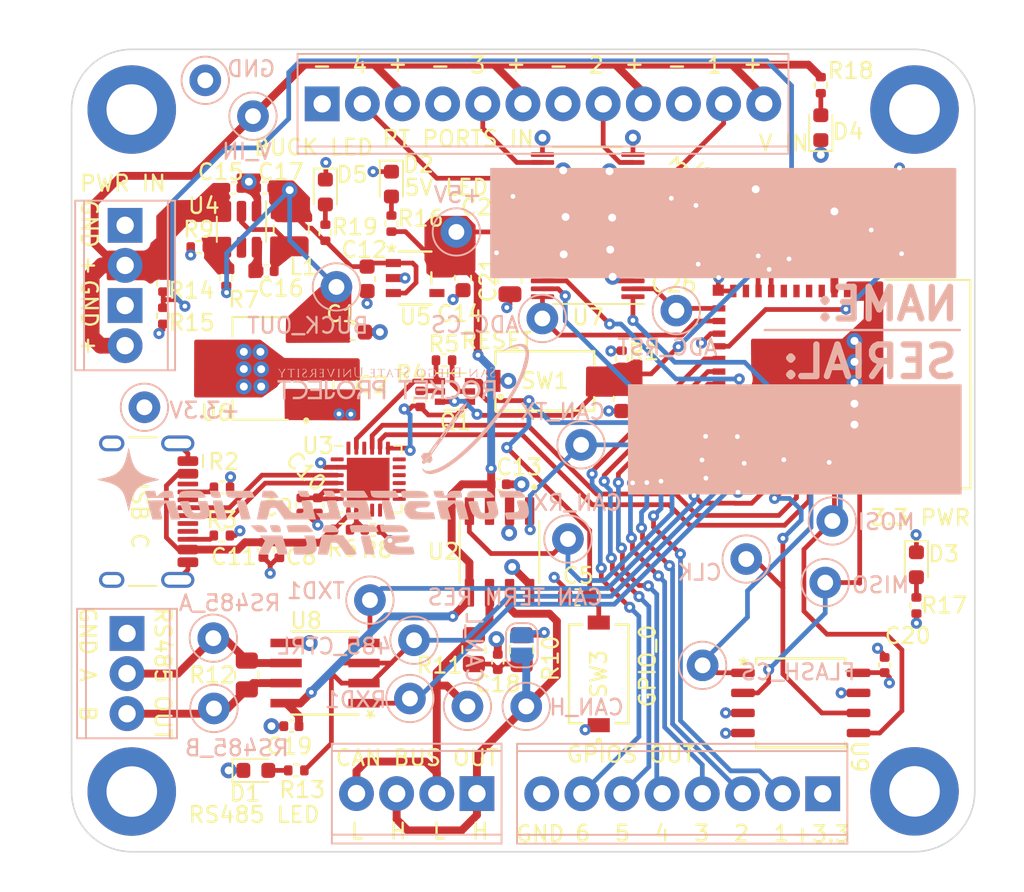
<source format=kicad_pcb>
(kicad_pcb (version 20240108) (generator "pcbnew") (generator_version "8.0")
  (layers (0 "F.Cu" signal) (1 "In1.Cu" power) (2 "In2.Cu" power) (31 "B.Cu" signal) (34 "B.Paste" user) (35 "F.Paste" user) (36 "B.SilkS" user "B.Silkscreen") (37 "F.SilkS" user "F.Silkscreen") (38 "B.Mask" user) (39 "F.Mask" user) (44 "Edge.Cuts" user))
  (net 0 "")
  (net 1 "BUCK_OUT")
  (net 2 "GND")
  (net 3 "+3.3V")
  (net 4 "RESET")
  (net 5 "VBUS")
  (net 6 "/3.45V")
  (net 7 "+5V")
  (net 8 "V IN")
  (net 9 "/SW")
  (net 10 "/BST")
  (net 11 "Net-(C18-Pad2)")
  (net 12 "Net-(U7-REFCAP)")
  (net 13 "Net-(U7-REFIO)")
  (net 14 "Net-(D1-A)")
  (net 15 "Net-(D2-A)")
  (net 16 "Net-(D3-A)")
  (net 17 "Net-(D4-A)")
  (net 18 "Net-(D5-A)")
  (net 19 "Net-(D6-A)")
  (net 20 "Net-(J2-CC1)")
  (net 21 "D+")
  (net 22 "D-")
  (net 24 "Net-(J2-CC2)")
  (net 26 "B")
  (net 27 "A")
  (net 28 "AN_IN_0")
  (net 29 "AN_IN_1")
  (net 30 "AN_IN_2")
  (net 31 "AN_IN_3")
  (net 32 "GPIO_0")
  (net 33 "CAN_H")
  (net 34 "CAN_L")
  (net 35 "DTR")
  (net 36 "Net-(Q1A-B1)")
  (net 37 "RTS")
  (net 38 "Net-(Q1B-B2)")
  (net 39 "Net-(U3-VBUS)")
  (net 40 "/FB")
  (net 41 "Net-(SW2-B)")
  (net 42 "485_CONTROL")
  (net 43 "V_BATT")
  (net 44 "LED_OUT")
  (net 45 "CLK")
  (net 46 "MOSI")
  (net 47 "MISO")
  (net 48 "ADC_CS")
  (net 49 "FLASH_CS")
  (net 50 "ADC_RST")
  (net 51 "RXD1")
  (net 52 "TXD1")
  (net 53 "CAN_TX")
  (net 54 "CAN_RX")
  (net 61 "RXD0")
  (net 62 "TXD0")
  (net 89 "GPIO_OUT_0")
  (net 90 "GPIO_OUT_1")
  (net 91 "GPIO_OUT_2")
  (net 92 "GPIO_OUT_3")
  (net 93 "GPIO_OUT_4")
  (net 94 "GPIO_OUT_5")
  (footprint "Inductor_SMD:L_1008_2520Metric" (layer "F.Cu") (at 39.3 36.79 90)
    (property "Reference" "L1")
    (property "Value" "3.3uH")
  )
  (footprint "Resistor_SMD:R_0402_1005Metric" (layer "F.Cu") (at 33.45 37.93)
    (property "Reference" "R9")
    (property "Value" "10k")
  )
  (footprint "Resistor_SMD:R_0402_1005Metric" (layer "F.Cu") (at 35.19 39.87 -90)
    (property "Reference" "R7")
    (property "Value" "52.3k")
  )
  (footprint "Resistor_SMD:R_0402_1005Metric" (layer "F.Cu") (at 78.86 60.61125 90)
    (property "Reference" "R17")
    (property "Value" "65")
  )
  (footprint "Capacitor_SMD:C_0402_1005Metric" (layer "F.Cu") (at 39.94 54.2775 -90)
    (property "Reference" "C9")
    (property "Value" "0.1uf")
  )
  (footprint "Resistor_SMD:R_0402_1005Metric" (layer "F.Cu") (at 47.47 47.53 90)
    (property "Reference" "R4")
    (property "Value" "10k")
  )
  (footprint "TJA1050T:SOIC127P600X175-8N" (layer "F.Cu") (at 52.48 57.22 -90)
    (property "Reference" "U2")
    (property "Value" "TJA1050T_CM_118")
  )
  (footprint "Capacitor_SMD:C_1210_3225Metric" (layer "F.Cu") (at 66.84 35.74 -90)
    (property "Reference" "C24")
    (property "Value" "22uF")
  )
  (footprint "PTS636SM50JSMTR LFS:SW_PTS636_CNK" (layer "F.Cu") (at 58.76 64.940001 90)
    (property "Reference" "SW3")
    (property "Value" "GPIO_0")
  )
  (footprint "Capacitor_SMD:C_0402_1005Metric" (layer "F.Cu") (at 38.549999 57.11 -90)
    (property "Reference" "C8")
    (property "Value" "4.7uf")
  )
  (footprint "Resistor_SMD:R_0402_1005Metric" (layer "F.Cu") (at 48.97 45.09)
    (property "Reference" "R5")
    (property "Value" "10k")
  )
  (footprint "Resistor_SMD:R_0805_2012Metric" (layer "F.Cu") (at 53.88 63.405 -90)
    (property "Reference" "R10")
    (property "Value" "60")
  )
  (footprint "Resistor_SMD:R_0402_1005Metric" (layer "F.Cu") (at 72.81 27.67 -90)
    (property "Reference" "R18")
    (property "Value" "530")
  )
  (footprint "TCR2EF50:SOT_EF50_LMCT_TOS" (layer "F.Cu") (at 47.14 39.88)
    (property "Reference" "U5")
    (property "Value" "TCR2EF50_LMCT")
  )
  (footprint "Package_SO:TSSOP-38_4.4x9.7mm_P0.5mm" (layer "F.Cu") (at 58.06 36.56 180)
    (property "Reference" "U7")
    (property "Value" "ADS8684")
  )
  (footprint "LED_SMD:LED_0603_1608Metric" (layer "F.Cu") (at 72.81 30.3575 90)
    (property "Reference" "D4")
    (property "Value" "RED")
  )
  (footprint "Capacitor_SMD:C_0402_1005Metric" (layer "F.Cu") (at 35.64 34.17)
    (property "Reference" "C15")
    (property "Value" "10uF")
  )
  (footprint "Capacitor_SMD:C_0603_1608Metric" (layer "F.Cu") (at 64.31 36.74 -90)
    (property "Reference" "C25")
    (property "Value" "1uF")
  )
  (footprint "Resistor_SMD:R_0805_2012Metric" (layer "F.Cu") (at 36.49 65.01 90)
    (property "Reference" "R12")
    (property "Value" "120")
  )
  (footprint "Resistor_SMD:R_0402_1005Metric" (layer "F.Cu") (at 42.510001 55.8075 180)
    (property "Reference" "R6")
    (property "Value" "22.1k")
  )
  (footprint "Package_DFN_QFN:QFN-24-1EP_4x4mm_P0.5mm_EP2.7x2.7mm" (layer "F.Cu") (at 44.17 52.61)
    (property "Reference" "U3")
    (property "Value" "CP2102N-Axx-xQFN24")
  )
  (footprint "Capacitor_SMD:C_0603_1608Metric" (layer "F.Cu") (at 60.215001 47.520318 -90)
    (property "Reference" "C7")
    (property "Value" "1uF")
  )
  (footprint "Resistor_SMD:R_0402_1005Metric" (layer "F.Cu") (at 60.21545 44.990318 -90)
    (property "Reference" "R1")
    (property "Value" "10k")
  )
  (footprint "Capacitor_SMD:C_0603_1608Metric" (layer "F.Cu") (at 50.17 39.87 -90)
    (property "Reference" "C14")
    (property "Value" "1uF")
  )
  (footprint "MountingHole:MountingHole_3.2mm_M3_DIN965_Pad" (layer "F.Cu") (at 29.21 29.21 90)
    (property "Reference" "H1" (hide yes))
    (property "Value" "MountingHole_Pad")
  )
  (footprint "Resistor_SMD:R_0805_2012Metric" (layer "F.Cu") (at 50.86 63.4075 90)
    (property "Reference" "R11")
    (property "Value" "60")
  )
  (footprint "Resistor_SMD:R_0402_1005Metric" (layer "F.Cu") (at 31.2 40.230002 -90)
    (property "Reference" "R14")
    (property "Value" "100k")
  )
  (footprint "Resistor_SMD:R_0402_1005Metric" (layer "F.Cu") (at 39.62 71.05 180)
    (property "Reference" "R13")
    (property "Value" "5")
  )
  (footprint "LED_SMD:LED_0603_1608Metric" (layer "F.Cu") (at 45.640001 33.930002 -90)
    (property "Reference" "D2")
    (property "Value" "RED")
  )
  (footprint "LED_SMD:LED_0603_1608Metric" (layer "F.Cu") (at 41.46 34.4325 -90)
    (property "Reference" "D5")
    (property "Value" "RED")
  )
  (footprint "Capacitor_SMD:C_0603_1608Metric" (layer "F.Cu") (at 62.73 36.29 -90)
    (property "Reference" "C23")
    (property "Value" "1uF")
  )
  (footprint "LED_SMD:LED_0603_1608Metric" (layer "F.Cu") (at 78.86 58.031251 -90)
    (property "Reference" "D3")
    (property "Value" "RED")
  )
  (footprint "MountingHole:MountingHole_3.2mm_M3_DIN965_Pad" (layer "F.Cu") (at 29.21 72.39)
    (property "Reference" "H3" (hide yes))
    (property "Value" "MountingHole_Pad")
  )
  (footprint "Resistor_SMD:R_0402_1005Metric" (layer "F.Cu") (at 44.46 55.8175 180)
    (property "Reference" "R8")
    (property "Value" "47.5k")
  )
  (footprint "Connector_USB:USB_C_Receptacle_HCTL_HC-TYPE-C-16P-01A" (layer "F.Cu") (at 29.015 54.67 -90)
    (property "Reference" "J2" (hide yes))
    (property "Value" "USB_C_Receptacle_USB2.0")
  )
  (footprint "Capacitor_SMD:C_0402_1005Metric" (layer "F.Cu") (at 39.31 68.25 180)
    (property "Reference" "C19")
    (property "Value" "0.1uF")
  )
  (footprint "MountingHole:MountingHole_3.2mm_M3_DIN965_Pad" (layer "F.Cu") (at 78.74 29.21)
    (property "Reference" "H2" (hide yes))
    (property "Value" "MountingHole_Pad")
  )
  (footprint "W25Q16JVSSIQ:W25Q16JVSSIQ_WIN" (layer "F.Cu") (at 71.54 66.78)
    (property "Reference" "U9")
    (property "Value" "W25Q16JVSSIQ")
  )
  (footprint "Capacitor_SMD:C_0402_1005Metric" (layer "F.Cu") (at 76.85 64.38 90)
    (property "Reference" "C20")
    (property "Value" "0.1uF")
  )
  (footprint "Capacitor_SMD:C_0603_1608Metric" (layer "F.Cu") (at 44.100001 39.930001 -90)
    (property "Reference" "C12")
    (property "Value" "0.1uF")
  )
  (footprint "Package_TO_SOT_SMD:SOT-363_SC-70-6" (layer "F.Cu") (at 49.66 47.06)
    (property "Reference" "Q1")
    (property "Value" "MBT2222ADW1T1")
  )
  (footprint "Capacitor_SMD:C_0603_1608Metric" (layer "F.Cu") (at 57.41 60.09 180)
    (property "Reference" "C5")
    (property "Value" "1uF")
  )
  (footprint "Resistor_SMD:R_0402_1005Metric" (layer "F.Cu") (at 41.46 37.009999 90)
    (property "Reference" "R19")
    (property "Value" "150")
  )
  (footprint "PTS636SM50JSMTR LFS:SW_PTS636_CNK" (layer "F.Cu") (at 55.345 46.390318)
    (property "Reference" "SW1")
    (property "Value" "RESET")
  )
  (footprint "Capacitor_SMD:C_0603_1608Metric" (layer "F.Cu") (at 43.185 43.3)
    (property "Reference" "C1")
    (property "Value" "1uF")
  )
  (footprint "Capacitor_SMD:C_0805_2012Metric" (layer "F.Cu") (at 42.71 46.64 -90)
    (property "Reference" "C2")
    (property "Value" "1uF")
  )
  (footprint "Resistor_SMD:R_0402_1005Metric" (layer "F.Cu") (at 31.19 42.27 -90)
    (property "Reference" "R15")
    (property "Value" "35.2k")
  )
  (footprint "Resistor_SMD:R_0402_1005Metric" (layer "F.Cu") (at 34.91 56.18)
    (property "Reference" "R3")
    (property "Value" "5.1k")
  )
  (footprint "Capacitor_SMD:C_0603_1608Metric" (layer "F.Cu") (at 53.33 36.29 -90)
    (property "Reference" "C22")
    (property "Value" "1uF")
  )
  (footprint "Resistor_SMD:R_0402_1005Metric" (layer "F.Cu") (at 34.92 53.14)
    (property "Reference" "R2")
    (property "Value" "5.1k")
  )
  (footprint "Package_TO_SOT_SMD:TSOT-23-6" (layer "F.Cu") (at 36.15 36.7925 -90)
    (property "Reference" "U4")
    (property "Value" "AP62150Z6-7")
  )
  (footprint "Resistor_SMD:R_0402_1005Metric" (layer "F.Cu") (at 45.64 36.43 90)
    (property "Reference" "R16")
    (property "Value" "150")
  )
  (footprint "Capacitor_SMD:C_0402_1005Metric" (layer "F.Cu") (at 52.37 64.1875 -90)
    (property "Reference" "C18")
    (property "Value" "47nf")
  )
  (footprint "MAX485CSA_T:21-0041-3-M_90-0096-8L_MXM" (layer "F.Cu") (at 41.44 64.89 180)
    (property "Reference" "U8")
    (property "Value" "MAX485CSA+T")
  )
  (footprint "Resistor_SMD:R_0402_1005Metric" (layer "F.Cu") (at 77.96 37.2 90)
    (property "Reference" "R20")
    (property "Value" "5")
  )
  (footprint "Capacitor_SMD:C_0805_2012Metric" (layer "F.Cu") (at 72.6 38.65 180)
    (property "Reference" "C3")
    (property "Value" "10uF")
  )
  (footprint "Capacitor_SMD:C_0402_1005Metric" (layer "F.Cu") (at 37.59 34.17 180)
    (property "Reference" "C17")
    (property "Value" "22uF")
  )
  (footprint "Capacitor_SMD:C_0402_1005Metric" (layer "F.Cu") (at 37.54 57.09 -90)
    (property "Reference" "C11")
    (property "Value" "0.1uf")
  )
  (footprint "ESP32-PICO-MINI-02:MODULE_ESP32-PICO-MINI-02" (layer "F.Cu") (at 71.27 46.6 -90)
    (property "Reference" "U1" (hide yes))
    (property "Value" "ESP32-PICO-MINI-02")
  )
  (footprint "Capacitor_SMD:C_0805_2012Metric" (layer "F.Cu") (at 53.14 39.95 90)
    (property "Reference" "C21")
    (property "Value" "10uF")
  )
  (footprint "MountingHole:MountingHole_3.2mm_M3_DIN965_Pad" (layer "F.Cu") (at 78.74 72.38)
    (property "Reference" "H4" (hide yes))
    (property "Value" "MountingHole_Pad")
  )
  (footprint "LED_SMD:LED_0603_1608Metric" (layer "F.Cu") (at 77.96 34.61 -90)
    (property "Reference" "D6")
    (property "Value" "BLUE")
  )
  (footprint "LED_SMD:LED_0603_1608Metric" (layer "F.Cu") (at 37.060001 71.05)
    (property "Reference" "D1")
    (property "Value" "GREEN")
  )
  (footprint "Capacitor_SMD:C_0402_1005Metric" (layer "F.Cu") (at 52.43 52.94)
    (property "Reference" "C13")
    (property "Value" "1uF")
  )
  (footprint "Capacitor_SMD:C_0603_1608Metric" (layer "F.Cu") (at 63.47 39.06)
    (property "Reference" "C26")
    (property "Value" "10uF")
  )
  (footprint "Capacitor_SMD:C_0402_1005Metric" (layer "F.Cu") (at 37.74 39.44)
    (property "Reference" "C16")
    (property "Value" "100nF")
  )
  (footprint "Capacitor_SMD:C_0402_1005Metric" (layer "F.Cu") (at 40.980001 54.2775 -90)
    (property "Reference" "C10")
    (property "Value" "4.7uf")
  )
  (footprint "TLV1117LV33DCYR:VREG_TLV1117LV33DCYR" (layer "F.Cu") (at 37.33 45.6 180)
    (property "Reference" "U6")
    (property "Value" "TLV1117LV33DCYR")
  )
  (footprint "Capacitor_SMD:C_0603_1608Metric" (layer "F.Cu") (at 74.43 36.85)
    (property "Reference" "C4")
    (property "Value" "0.1uF")
  )
  (footprint "TestPoint:TestPoint_Loop_D2.50mm_Drill1.0mm" (layer "B.Cu") (at 73.54 55.26 180)
    (property "Reference" "TP7" (hide yes))
    (property "Value" "TestPoint")
  )
  (footprint "TestPoint:TestPoint_Loop_D2.50mm_Drill1.0mm" (layer "B.Cu") (at 34.41 67.13 90)
    (property "Reference" "TP16" (hide yes))
    (property "Value" "TestPoint")
  )
  (footprint "TestPoint:TestPoint_Loop_D2.50mm_Drill1.0mm" (layer "B.Cu") (at 34.37 62.68 90)
    (property "Reference" "TP15" (hide yes))
    (property "Value" "TestPoint")
  )
  (footprint "TestPoint:TestPoint_Loop_D2.50mm_Drill1.0mm" (layer "B.Cu") (at 46.81 66.5 90)
    (property "Reference" "TP12" (hide yes))
    (property "Value" "TestPoint")
  )
  (footprint "TestPoint:TestPoint_Loop_D2.50mm_Drill1.0mm" (layer "B.Cu") (at 30.01 48.06 90)
    (property "Reference" "TP5" (hide yes))
    (property "Value" "TestPoint")
  )
  (footprint "LOGO" (layer "B.Cu") (at 40.47 53.75 180)
    (property "Reference" "G***" (hide yes))
    (property "Value" "LOGO" (hide yes))
  )
  (footprint "LOGO:RP_Logo" (layer "B.Cu") (at 46.39 48.17 180)
    (property "Reference" "G***" (hide yes))
    (property "Value" "LOGO" (hide yes))
  )
  (footprint "TerminalBlock_Phoenix:TerminalBlock_Phoenix_MPT-0,5-4-2.54_1x04_P2.54mm_Horizontal" (layer "B.Cu") (at 28.79 44.16 90)
    (property "Reference" "J1" (hide yes))
    (property "Value" "PWR_IN")
  )
  (footprint "TestPoint:TestPoint_Loop_D2.50mm_Drill1.0mm" (layer "B.Cu") (at 33.86 27.36 180)
    (property "Reference" "TP1" (hide yes))
    (property "Value" "TestPoint")
  )
  (footprint "TestPoint:TestPoint_Loop_D2.50mm_Drill1.0mm" (layer "B.Cu") (at 73.09 59.16 180)
    (property "Reference" "TP8" (hide yes))
    (property "Value" "TestPoint")
  )
  (footprint "TestPoint:TestPoint_Loop_D2.50mm_Drill1.0mm" (layer "B.Cu") (at 54.17 67 180)
    (property "Reference" "TP19" (hide yes))
    (property "Value" "TestPoint")
  )
  (footprint "TestPoint:TestPoint_Loop_D2.50mm_Drill1.0mm" (layer "B.Cu") (at 36.88 29.63 180)
    (property "Reference" "TP2" (hide yes))
    (property "Value" "TestPoint")
  )
  (footprint "TerminalBlock_Phoenix:TerminalBlock_Phoenix_MPT-0,5-12-2.54_1x12_P2.54mm_Horizontal" (layer "B.Cu") (at 41.26 28.85)
    (property "Reference" "J4" (hide yes))
    (property "Value" "PT_IN")
  )
  (footprint "TestPoint:TestPoint_Loop_D2.50mm_Drill1.0mm" (layer "B.Cu") (at 49.75 36.96 90)
    (property "Reference" "TP4" (hide yes))
    (property "Value" "TestPoint")
  )
  (footprint "TestPoint:TestPoint_Loop_D2.50mm_Drill1.0mm" (layer "B.Cu") (at 50.45 67 180)
    (property "Reference" "TP20" (hide yes))
    (property "Value" "TestPoint")
  )
  (footprint "TestPoint:TestPoint_Loop_D2.50mm_Drill1.0mm" (layer "B.Cu") (at 55.19 42.440001 180)
    (property "Reference" "TP9" (hide yes))
    (property "Value" "TestPoint")
  )
  (footprint "TestPoint:TestPoint_Loop_D2.50mm_Drill1.0mm" (layer "B.Cu") (at 56.81 56.4 180)
    (property "Reference" "TP18" (hide yes))
    (property "Value" "TestPoint")
  )
  (footprint "TestPoint:TestPoint_Loop_D2.50mm_Drill1.0mm" (layer "B.Cu") (at 44.28 60.27 90)
    (property "Reference" "TP13" (hide yes))
    (property "Value" "TestPoint")
  )
  (footprint "TestPoint:TestPoint_Loop_D2.50mm_Drill1.0mm" (layer "B.Cu") (at 68.09 57.67 180)
    (property "Reference" "TP6" (hide yes))
    (property "Value" "TestPoint")
  )
  (footprint "TestPoint:TestPoint_Loop_D2.50mm_Drill1.0mm" (layer "B.Cu") (at 65.33 64.4 180)
    (property "Reference" "TP10" (hide yes))
    (property "Value" "TestPoint")
  )
  (footprint "TestPoint:TestPoint_Loop_D2.50mm_Drill1.0mm" (layer "B.Cu") (at 42.16 40.44 180)
    (property "Reference" "TP3" (hide yes))
    (property "Value" "TestPoint")
  )
  (footprint "Jumper:SolderJumper-2_P1.3mm_Open_RoundedPad1.0x1.5mm" (layer "B.Cu") (at 53.89 63.127501 90)
    (property "Reference" "SW2" (hide yes))
    (property "Value" "SW_SPST")
  )
  (footprint "TerminalBlock_Phoenix:TerminalBlock_Phoenix_MPT-0,5-4-2.54_1x04_P2.54mm_Horizontal" (layer "B.Cu") (at 51.05 72.52 180)
    (property "Reference" "J6" (hide yes))
    (property "Value" "CAN_TERMINAL")
  )
  (footprint "TestPoint:TestPoint_Loop_D2.50mm_Drill1.0mm" (layer "B.Cu") (at 63.67 41.94 180)
    (property "Reference" "TP11" (hide yes))
    (property "Value" "TestPoint")
  )
  (footprint "TestPoint:TestPoint_Loop_D2.50mm_Drill1.0mm" (layer "B.Cu") (at 57.64 50.44 180)
    (property "Reference" "TP17" (hide yes))
    (property "Value" "TestPoint")
  )
  (footprint "TerminalBlock_Phoenix:TerminalBlock_Phoenix_MPT-0,5-3-2.54_1x03_P2.54mm_Horizontal" (layer "B.Cu") (at 28.91 67.46 90)
    (property "Reference" "J3" (hide yes))
    (property "Value" "RS485 Out")
  )
  (footprint "TerminalBlock_Phoenix:TerminalBlock_Phoenix_MPT-0,5-8-2.54_1x08_P2.54mm_Horizontal" (layer "B.Cu") (at 72.93 72.53 180)
    (property "Reference" "J5" (hide yes))
    (property "Value" "GPIO_OUT")
  )
  (footprint "TestPoint:TestPoint_Loop_D2.50mm_Drill1.0mm" (layer "B.Cu") (at 47.07 62.81 90)
    (property "Reference" "TP14" (hide yes))
    (property "Value" "TestPoint")
  )
  (gr_line (start 81.61 43.17) (end 69.26 43.17) (stroke (width 0.15)) (layer "B.SilkS"))
  (gr_rect (start 51.96 32.98) (end 81.31 39.81) (stroke (width 0.15)) (fill solid) (layer "B.SilkS"))
  (gr_rect (start 60.68 46.68) (end 81.65 53.51) (stroke (width 0.15)) (fill solid) (layer "B.SilkS"))
  (gr_arc (start 78.74 25.4) (mid 81.434076 26.515923) (end 82.55 29.21) (stroke (width 0.1)) (layer "Edge.Cuts"))
  (gr_arc (start 25.4 29.21) (mid 26.515923 26.515924) (end 29.21 25.4) (stroke (width 0.1)) (layer "Edge.Cuts"))
  (gr_line (start 78.74 76.2) (end 29.21 76.2) (stroke (width 0.1)) (layer "Edge.Cuts"))
  (gr_line (start 82.55 29.21) (end 82.55 72.39) (stroke (width 0.1)) (layer "Edge.Cuts"))
  (gr_arc (start 29.21 76.2) (mid 26.515924 75.084077) (end 25.4 72.39) (stroke (width 0.1)) (layer "Edge.Cuts"))
  (gr_line (start 25.4 72.39) (end 25.4 29.21) (stroke (width 0.1)) (layer "Edge.Cuts"))
  (gr_arc (start 82.55 72.39) (mid 81.434077 75.084076) (end 78.74 76.2) (stroke (width 0.1)) (layer "Edge.Cuts"))
  (gr_line (start 29.21 25.4) (end 78.74 25.4) (stroke (width 0.1)) (layer "Edge.Cuts"))
  (gr_text "+3.3V" (at 36.17 48.84 0) (layer "B.SilkS") (effects (font (size 1 1)) (justify left bottom mirror)))
  (gr_text "FLASH_CS" (at 75.09 65.41 0) (layer "B.SilkS") (effects (font (size 1 1)) (justify left bottom mirror)))
  (gr_text "BUCK_OUT" (at 44.28 43.47 0) (layer "B.SilkS") (effects (font (size 1 1)) (justify left bottom mirror)))
  (gr_text "+5V" (at 51.47 35.19 0) (layer "B.SilkS") (effects (font (size 1 1)) (justify left bottom mirror)))
  (gr_text "SERIAL:" (at 81.65 46.35 0) (layer "B.SilkS") (effects (font (size 2 2) (thickness 0.4) (bold yes)) (justify left bottom mirror)))
  (gr_text "TXD1" (at 42.78 60.27 0) (layer "B.SilkS") (effects (font (size 1 1)) (justify left bottom mirror)))
  (gr_text "MISO" (at 78.5 59.9 0) (layer "B.SilkS") (effects (font (size 1 1)) (justify left bottom mirror)))
  (gr_text "485_CTRL" (at 45.74 63.78 0) (layer "B.SilkS") (effects (font (size 1 1)) (justify left bottom mirror)))
  (gr_text "ADC_RST" (at 66.37 44.85 0) (layer "B.SilkS") (effects (font (size 1 1)) (justify left bottom mirror)))
  (gr_text "CAN TERM RES" (at 59.12 60.67 0) (layer "B.SilkS") (effects (font (size 1 1)) (justify left bottom mirror)))
  (gr_text "CAN_RX" (at 60.32 54.69 0) (layer "B.SilkS") (effects (font (size 1 1)) (justify left bottom mirror)))
  (gr_text "CAN_H" (at 60.44 67.64 0) (layer "B.SilkS") (effects (font (size 1 1)) (justify left bottom mirror)))
  (gr_text "RS485_A" (at 38.72 61.04 0) (layer "B.SilkS") (effects (font (size 1 1)) (justify left bottom mirror)))
  (gr_text "MOSI" (at 78.85 55.9 0) (layer "B.SilkS") (effects (font (size 1 1)) (justify left bottom mirror)))
  (gr_text "CAN_TX" (at 59.27 48.93 0) (layer "B.SilkS") (effects (font (size 1 1)) (justify left bottom mirror)))
  (gr_text "GND" (at 38.39 27.22 0) (layer "B.SilkS") (effects (font (size 1 1)) (justify left bottom mirror)))
  (gr_text "ADC_CS" (at 53.81 43.42 0) (layer "B.SilkS") (effects (font (size 1 1)) (justify left bottom mirror)))
  (gr_text "V_IN" (at 38.17 32.45 0) (layer "B.SilkS") (effects (font (size 1 1)) (justify left bottom mirror)))
  (gr_text "RXD1" (at 45.42 67.17 0) (layer "B.SilkS") (effects (font (size 1 1)) (justify left bottom mirror)))
  (gr_text "CAN_L" (at 50.28 65.63 -90) (layer "B.SilkS") (effects (font (size 1 1)) (justify left bottom mirror)))
  (gr_text "NAME:" (at 81.72 42.7 0) (layer "B.SilkS") (effects (font (size 2 2) (thickness 0.4) (bold yes)) (justify left bottom mirror)))
  (gr_text "CLK" (at 66.64 59.1 0) (layer "B.SilkS") (effects (font (size 1 1)) (justify left bottom mirror)))
  (gr_text "RS485_B" (at 39.24 70.22 0) (layer "B.SilkS") (effects (font (size 1 1)) (justify left bottom mirror)))
  (gr_text "GND" (at 25.93 39.87 -90) (layer "F.SilkS") (effects (font (size 1 1)) (justify left bottom)))
  (gr_text "5" (at 60.254 75.62 0) (layer "F.SilkS") (effects (font (size 1 1)) (justify bottom)))
  (gr_text "-" (at 48.015727 27 0) (layer "F.SilkS") (effects (font (size 1 1)) (justify left bottom)))
  (gr_text "3" (at 50.536739 27 0) (layer "F.SilkS") (effects (font (size 1 1)) (justify left bottom)))
  (gr_text "GPIOS OUT" (at 56.64 70.63 0) (layer "F.SilkS") (effects (font (size 1 1)) (justify left bottom)))
  (gr_text "3" (at 65.282 75.62 0) (layer "F.SilkS") (effects (font (size 1 1)) (justify bottom)))
  (gr_text "GPIO_0" (at 62.43 67.16 90) (layer "F.SilkS") (effects (font (size 1 1)) (justify left bottom)))
  (gr_text "1" (at 70.31 75.62 0) (layer "F.SilkS") (effects (font (size 1 1)) (justify bottom)))
  (gr_text "+" (at 45.53281 25.654203 270) (layer "F.SilkS") (effects (font (size 1 1)) (justify left bottom)))
  (gr_text "1" (at 65.508193 27 0) (layer "F.SilkS") (effects (font (size 1 1)) (justify left bottom)))
  (gr_text "RS485 LED" (at 36.95 74.44 0) (layer "F.SilkS") (effects (font (size 1 1)) (justify bottom)))
  (gr_text "5V LED" (at 46.375001 34.730002 0) (layer "F.SilkS") (effects (font (size 1 1)) (justify left bottom)))
  (gr_text "V IN" (at 68.79 31.92 0) (layer "F.SilkS") (effects (font (size 1 1)) (justify left bottom)))
  (gr_text "USB C" (at 29.12 52.16 270) (layer "F.SilkS") (effects (font (size 1 1)) (justify left bottom)))
  (gr_text "-" (at 62.987181 27 0) (layer "F.SilkS") (effects (font (size 1 1)) (justify left bottom)))
  (gr_text "PWR IN" (at 25.84 34.47 0) (layer "F.SilkS") (effects (font (size 1 1)) (justify left bottom)))
  (gr_text "L" (at 43.47 75.49 0) (layer "F.SilkS") (effects (font (size 1 1)) (justify bottom)))
  (gr_text "PT PORTS IN" (at 44.98 31.64 0) (layer "F.SilkS") (effects (font (size 1 1)) (justify left bottom)))
  (gr_text "+3.3" (at 72.83 75.66 0) (layer "F.SilkS") (effects (font (size 1 1)) (justify bottom)))
  (gr_text "BUCK LED" (at 36.85 32.19 0) (layer "F.SilkS") (effects (font (size 1 1)) (justify left bottom)))
  (gr_text "3.3 PWR" (at 75.88 55.63 0) (layer "F.SilkS") (effects (font (size 1 1)) (justify left bottom)))
  (gr_text "H" (at 51.258059 75.49 0) (layer "F.SilkS") (effects (font (size 1 1)) (justify bottom)))
  (gr_text "LED" (at 74.39 34.25 0) (layer "F.SilkS") (effects (font (size 1 1)) (justify left bottom)))
  (gr_text "+" (at 67.99 25.654203 270) (layer "F.SilkS") (effects (font (size 1 1)) (justify left bottom)))
  (gr_text "4" (at 62.768 75.62 0) (layer "F.SilkS") (effects (font (size 1 1)) (justify bottom)))
  (gr_text "B" (at 25.84 66.87 270) (layer "F.SilkS") (effects (font (size 1 1)) (justify left bottom)))
  (gr_text "RESET" (at 49.97 44.43 0) (layer "F.SilkS") (effects (font (size 1 1)) (justify left bottom)))
  (gr_text "H" (at 46.066019 75.49 0) (layer "F.SilkS") (effects (font (size 1 1)) (justify bottom)))
  (gr_text "RS485 OUT" (at 30.59 60.64 270) (layer "F.SilkS") (effects (font (size 1 1)) (justify left bottom)))
  (gr_text "-" (at 40.53 27 0) (layer "F.SilkS") (effects (font (size 1 1)) (justify left bottom)))
  (gr_text "CAN BUS OUT" (at 42.01 70.84 0) (layer "F.SilkS") (effects (font (size 1 1)) (justify left bottom)))
  (gr_text "+" (at 25.93 43.45 270) (layer "F.SilkS") (effects (font (size 1 1)) (justify left bottom)))
  (gr_text "2" (at 58.022466 27 0) (layer "F.SilkS") (effects (font (size 1 1)) (justify left bottom)))
  (gr_text "GND" (at 25.84 60.6 -90) (layer "F.SilkS") (effects (font (size 1 1)) (justify left bottom)))
  (gr_text "GND" (at 25.93 34.83 270) (layer "F.SilkS") (effects (font (size 1 1)) (justify left bottom)))
  (gr_text "+" (at 60.504264 25.654203 270) (layer "F.SilkS") (effects (font (size 1 1)) (justify left bottom)))
  (gr_text "A" (at 25.84 64.49 270) (layer "F.SilkS") (effects (font (size 1 1)) (justify left bottom)))
  (gr_text "4" (at 43.051012 27 0) (layer "F.SilkS") (effects (font (size 1 1)) (justify left bottom)))
  (gr_text "+" (at 25.93 38.37 270) (layer "F.SilkS") (effects (font (size 1 1)) (justify left bottom)))
  (gr_text "6" (at 57.74 75.62 0) (layer "F.SilkS") (effects (font (size 1 1)) (justify bottom)))
  (gr_text "GND" (at 55.06 75.65 0) (layer "F.SilkS") (effects (font (size 1 1)) (justify bottom)))
  (gr_text "+" (at 53.018537 25.654203 270) (layer "F.SilkS") (effects (font (size 1 1)) (justify left bottom)))
  (gr_text "2" (at 67.796 75.62 0) (layer "F.SilkS") (effects (font (size 1 1)) (justify bottom)))
  (gr_text "-" (at 55.501454 27 0) (layer "F.SilkS") (effects (font (size 1 1)) (justify left bottom)))
  (gr_text "L" (at 48.662039 75.49 0) (layer "F.SilkS") (effects (font (size 1 1)) (justify bottom)))
  (segment (start 46.539006 40.82996) (end 47.199016 40.16995) (width 0.3) (layer "F.Cu") (net 1))
  (segment (start 47.199016 39.149016) (end 46.98004 38.93004) (width 0.3) (layer "F.Cu") (net 1))
  (segment (start 47.199016 40.16995) (end 47.199016 39.149016) (width 0.3) (layer "F.Cu") (net 1))
  (segment (start 40.58 36.72) (end 40.305 36.72) (width 0.3) (layer "F.Cu") (net 1))
  (segment (start 46.98004 38.93004) (end 45.76205 38.93004) (width 0.3) (layer "F.Cu") (net 1))
  (segment (start 45.76205 38.93004) (end 44.324962 38.93004) (width 0.3) (layer "F.Cu") (net 1))
  (segment (start 35.19 40.379999) (end 35.19 40.78) (width 0.3) (layer "F.Cu") (net 1))
  (segment (start 35.19 40.78) (end 35.21 40.8) (width 0.3) (layer "F.Cu") (net 1))
  (segment (start 43.095002 39.155001) (end 41.46 37.519999) (width 0.3) (layer "F.Cu") (net 1))
  (segment (start 44.100001 39.155001) (end 43.095002 39.155001) (width 0.3) (layer "F.Cu") (net 1))
  (segment (start 41.379999 37.519999) (end 40.58 36.72) (width 0.3) (layer "F.Cu") (net 1))
  (segment (start 44.324962 38.93004) (end 44.100001 39.155001) (width 0.3) (layer "F.Cu") (net 1))
  (segment (start 40.305 36.72) (end 39.3 35.715) (width 0.3) (layer "F.Cu") (net 1))
  (segment (start 41.46 37.519999) (end 41.379999 37.519999) (width 0.3) (layer "F.Cu") (net 1))
  (segment (start 45.76205 40.82996) (end 46.539006 40.82996) (width 0.3) (layer "F.Cu") (net 1))
  (via (at 35.21 40.8) (size 0.7) (drill 0.3) (layers "F.Cu" "B.Cu") (net 1))
  (via (at 39.2 34.31) (size 1) (drill 0.5) (layers "F.Cu" "B.Cu") (net 1))
  (segment (start 35.21 38.3) (end 39.2 34.31) (width 0.3) (layer "B.Cu") (net 1))
  (segment (start 39.2 37.48) (end 42.16 40.44) (width 0.3) (layer "B.Cu") (net 1))
  (segment (start 35.21 40.8) (end 35.21 38.3) (width 0.3) (layer "B.Cu") (net 1))
  (segment (start 39.2 34.31) (end 39.2 37.48) (width 0.3) (layer "B.Cu") (net 1))
  (segment (start 37.97 58.57) (end 37.97 58.06) (width 0.3) (layer "F.Cu") (net 2))
  (segment (start 56.54 38.38) (end 56.22 38.06) (width 0.3) (layer "F.Cu") (net 2))
  (segment (start 52.094999 46.390318) (end 53.035001 46.390318) (width 0.3) (layer "F.Cu") (net 2))
  (segment (start 64.31 35.965) (end 64.31 35.88) (width 0.3) (layer "F.Cu") (net 2))
  (segment (start 52.37 63.7075) (end 52.37 62.83) (width 0.5) (layer "F.Cu") (net 2))
  (segment (start 52.37 62.83) (end 52.28 62.74) (width 0.5) (layer "F.Cu") (net 2))
  (segment (start 53.28 58.17) (end 54.385 59.275) (width 0.5) (layer "F.Cu") (net 2))
  (segment (start 75.99 36.85) (end 76 36.84) (width 0.3) (layer "F.Cu") (net 2))
  (segment (start 66.32 40.65) (end 66.32 39.88) (width 0.3) (layer "F.Cu") (net 2))
  (segment (start 75.205 36.85) (end 75.99 36.85) (width 0.3) (layer "F.Cu") (net 2))
  (segment (start 77.79 32.909999) (end 77.96 33.079999) (width 0.3) (layer "F.Cu") (net 2))
  (segment (start 53.115 55.995) (end 53.09 56.02) (width 0.5) (layer "F.Cu") (net 2))
  (segment (start 56.22 38.06) (end 55.1975 38.06) (width 0.3) (layer "F.Cu") (net 2))
  (segment (start 58.76 68.190002) (end 58.189998 68.190002) (width 0.3) (layer "F.Cu") (net 2))
  (segment (start 35.42 56.18) (end 35.752596 56.18) (width 0.3) (layer "F.Cu") (net 2))
  (segment (start 32.76 58.35) (end 32.12 58.99) (width 0.3) (layer "F.Cu") (net 2))
  (segment (start 65.8495 43.4) (end 65.26 43.9895) (width 0.3) (layer "F.Cu") (net 2))
  (segment (start 40.980001 54.7575) (end 40.980001 55.517499) (width 0.3) (layer "F.Cu") (net 2))
  (segment (start 56.507051 33.06) (end 56.508284 33.058767) (width 0.3) (layer "F.Cu") (net 2))
  (segment (start 32.76 50.99) (end 32.12 50.35) (width 0.3) (layer "F.Cu") (net 2))
  (segment (start 52.91 52.94) (end 53.87 52.94) (width 0.5) (layer "F.Cu") (net 2))
  (segment (start 68.685 34.265) (end 68.69 34.26) (width 0.5) (layer "F.Cu") (net 2))
  (segment (start 37.97 58) (end 37.54 57.57) (width 0.3) (layer "F.Cu") (net 2))
  (segment (start 40.980001 55.517499) (end 40.98 55.5175) (width 0.3) (layer "F.Cu") (net 2))
  (segment (start 78.86 57.243752) (end 78.86 56.15125) (width 0.3) (layer "F.Cu") (net 2))
  (segment (start 64.99 39.06) (end 64.245 39.06) (width 0.3) (layer "F.Cu") (net 2))
  (segment (start 55.1975 32.06) (end 55.1975 31.0025) (width 0.3) (layer "F.Cu") (net 2))
  (segment (start 39.94 54.7575) (end 40.22 54.7575) (width 0.3) (layer "F.Cu") (net 2))
  (segment (start 65.05 39) (end 64.99 39.06) (width 0.3) (layer "F.Cu") (net 2))
  (segment (start 59.64 39.8) (end 59.9 40.06) (width 0.3) (layer "F.Cu") (net 2))
  (segment (start 36.272501 71.05) (end 35.34 71.05) (width 0.3) (layer "F.Cu") (net 2))
  (segment (start 53.115 54.635) (end 53.115 55.995) (width 0.5) (layer "F.Cu") (net 2))
  (segment (start 56.54 38.38) (end 56.36 38.56) (width 0.3) (layer "F.Cu") (net 2))
  (segment (start 59.614358 36.06) (end 59.609106 36.054748) (width 0.3) (layer "F.Cu") (net 2))
  (segment (start 53.14 40.9) (end 53.14 41.55) (width 0.3) (layer "F.Cu") (net 2))
  (segment (start 41.49 33.615) (end 41.46 33.645) (width 0.3) (layer "F.Cu") (net 2))
  (segment (start 44.97 55.92) (end 44.97 55.8175) (width 0.3) (layer "F.Cu") (net 2))
  (segment (start 59.4855 38.08) (end 59.9655 38.56) (width 0.3) (layer "F.Cu") (net 2))
  (segment (start 56.61 36.06) (end 55.1975 36.06) (width 0.3) (layer "F.Cu") (net 2))
  (segment (start 67.27 40.7) (end 66.37 40.7) (width 0.3) (layer "F.Cu") (net 2))
  (segment (start 59.4855 38.08) (end 59.4855 37.9245) (width 0.3) (layer "F.Cu") (net 2))
  (segment (start 35.752596 56.18) (end 36.051486 55.88111) (width 0.3) (layer "F.Cu") (net 2))
  (segment (start 45.76205 39.88) (end 46.499016 39.88) (width 0.3) (layer "F.Cu") (net 2))
  (segment (start 45.640001 33.142502) (end 44.482502 33.142502) (width 0.3) (layer "F.Cu") (net 2))
  (segment (start 76.85 63.9) (end 76.85 63.77) (width 0.3) (layer "F.Cu") (net 2))
  (segment (start 53.14 41.55) (end 52.94 41.75) (width 0.3) (layer "F.Cu") (net 2))
  (segment (start 59.85 37.56) (end 60.9225 37.56) (width 0.3) (layer "F.Cu") (net 2))
  (segment (start 65.54 52.55) (end 66.32 52.55) (width 0.3) (layer "F.Cu") (net 2))
  (segment (start 66.84 34.265) (end 68.685 34.265) (width 0.5) (layer "F.Cu") (net 2))
  (segment (start 59.9 40.06) (end 60.9225 40.06) (width 0.3) (layer "F.Cu") (net 2))
  (segment (start 44.100001 41.489999) (end 44.1 41.49) (width 0.3) (layer "F.Cu") (net 2))
  (segment (start 55.1975 33.06) (end 56.507051 33.06) (width 0.3) (layer "F.Cu") (net 2))
  (segment (start 41.49 32.569999) (end 41.49 33.615) (width 0.3) (layer "F.Cu") (net 2))
  (segment (start 40.465 62.985) (end 40.47 62.99) (width 0.3) (layer "F.Cu") (net 2))
  (segment (start 56.635 59.525) (end 55.94 58.83) (width 0.3) (layer "F.Cu") (net 2))
  (segment (start 62.73 35.45) (end 63.35 34.83) (width 0.3) (layer "F.Cu") (net 2))
  (segment (start 56.635 60.09) (end 56.635 59.525) (width 0.3) (layer "F.Cu") (net 2))
  (segment (start 60.9225 30.9925) (end 60.92 30.99) (width 0.3) (layer "F.Cu") (net 2))
  (segment (start 38.44 57.59) (end 38.549999 57.59) (width 0.3) (layer "F.Cu") (net 2))
  (segment (start 44.482502 33.142502) (end 44.48 33.14) (width 0.3) (layer "F.Cu") (net 2))
  (segment (start 49.54 41.24) (end 49.575 41.24) (width 0.3) (layer "F.Cu") (net 2))
  (segment (start 31.19 43.13) (end 31.19 42.78) (width 0.3) (layer "F.Cu") (net 2))
  (segment (start 59.496176 33.06) (end 59.43938 33.116796) (width 0.3) (layer "F.Cu") (net 2))
  (segment (start 71.65 38.65) (end 70.82 38.65) (width 0.3) (layer "F.Cu") (net 2))
  (segment (start 30.93 43.39) (end 31.19 43.13) (width 0.3) (layer "F.Cu") (net 2))
  (segment (start 37.97 58.06) (end 38.44 57.59) (width 0.3) (layer "F.Cu") (net 2))
  (segment (start 55.72 37.56) (end 55.1975 37.56) (width 0.3) (layer "F.Cu") (net 2))
  (segment (start 67.8824 68.685) (end 66.805 68.685) (width 0.3) (layer "F.Cu") (net 2))
  (segment (start 41.16 51.58) (end 41.44 51.86) (width 0.3) (layer "F.Cu") (net 2))
  (segment (start 66.32 39.88) (end 66.35 39.85) (width 0.3) (layer "F.Cu") (net 2))
  (segment (start 60.9225 32.06) (end 60.9225 30.9925) (width 0.3) (layer "F.Cu") (net 2))
  (segment (start 60.9225 33.06) (end 59.496176 33.06) (width 0.3) (layer "F.Cu") (net 2))
  (segment (start 59.4855 37.9245) (end 59.85 37.56) (width 0.3) (layer "F.Cu") (net 2))
  (segment (start 43.96 43.3) (end 44.91 43.3) (width 0.5) (layer "F.Cu") (net 2))
  (segment (start 56.66 36.01) (end 56.11 36.56) (width 0.3) (layer "F.Cu") (net 2))
  (segment (start 64.31 35.88) (end 64.91 35.28) (width 0.3) (layer "F.Cu") (net 2))
  (segment (start 59.9655 38.56) (end 60.9225 38.56) (width 0.3) (layer "F.Cu") (net 2))
  (segment (start 54.385 59.275) (end 54.385 59.805) (width 0.5) (layer "F.Cu") (net 2))
  (segment (start 60.9225 39.56) (end 59.88 39.56) (width 0.3) (layer "F.Cu") (net 2))
  (segment (start 44.17 52.61) (end 43.42 51.86) (width 0.3) (layer "F.Cu") (net 2))
  (segment (start 59.39545 48.295318) (end 60.215001 48.295318) (width 0.3) (layer "F.Cu") (net 2))
  (segment (start 41.44 51.86) (end 42.2075 51.86) (width 0.3) (layer "F.Cu") (net 2))
  (segment (start 66.37 40.7) (end 66.32 40.65) (width 0.3) (layer "F.Cu") (net 2))
  (segment (start 66.805 68.685) (end 66.79 68.7) (width 0.3) (layer "F.Cu") (net 2))
  (segment (start 76.85 63.77) (end 76.4 63.32) (width 0.3) (layer "F.Cu") (net 2))
  (segment (start 32.94 38.42) (end 32.94 37.93) (width 0.3) (layer "F.Cu") (net 2))
  (segment (start 53.33 35.515) (end 53.33 34.71) (width 0.3) (layer "F.Cu") (net 2))
  (segment (start 60.9225 36.06) (end 59.614358 36.06) (width 0.3) (layer "F.Cu") (net 2))
  (segment (start 78.86 56.15125) (end 78.84 56.131251) (width 0.3) (layer "F.Cu") (net 2))
  (segment (start 56.54 38.38) (end 55.72 37.56) (width 0.3) (layer "F.Cu") (net 2))
  (segment (start 45.55 56.5) (end 44.97 55.92) (width 0.3) (layer "F.Cu") (net 2))
  (segment (start 32.76 51.47) (end 32.76 50.99) (width 0.3) (layer "F.Cu") (net 2))
  (segment (start 58.189998 68.190002) (end 57.9 68.48) (width 0.3) (layer "F.Cu") (net 2))
  (segment (start 38.83 68.25) (end 38.05 68.25) (width 0.3) (layer "F.Cu") (net 2))
  (segment (start 38.975001 62.985) (end 40.465 62.985) (width 0.3) (layer "F.Cu") (net 2))
  (segment (start 70.82 38.65) (end 70.8 38.67) (width 0.3) (layer "F.Cu") (net 2))
  (segment (start 35.43 53.14) (end 35.43 52.5) (width 0.3) (layer "F.Cu") (net 2))
  (segment (start 56.11 36.56) (end 55.1975 36.56) (width 0.3) (layer "F.Cu") (net 2))
  (segment (start 56.36 38.56) (end 55.1975 38.56) (width 0.3) (layer "F.Cu") (net 2))
  (segment (start 77.96 33.079999) (end 77.96 33.822499) (width 0.3) (layer "F.Cu") (net 2))
  (segment (start 56.66 36.01) (end 56.61 36.06) (width 0.3) (layer "F.Cu") (net 2))
  (segment (start 37.97 58.57) (end 37.97 58) (width 0.3) (layer "F.Cu") (net 2))
  (segment (start 44.100001 40.705001) (end 44.100001 41.489999) (width 0.3) (layer "F.Cu") (net 2))
  (segment (start 72.81 31.145) (end 72.81 32.08) (width 0.3) (layer "F.Cu") (net 2))
  (segment (start 49.575 41.24) (end 50.17 40.645) (width 0.3) (layer "F.Cu") (net 2))
  (segment (start 59.88 39.56) (end 59.64 39.8) (width 0.3) (layer "F.Cu") (net 2))
  (segment (start 43.42 51.86) (end 42.2075 51.86) (width 0.3) (layer "F.Cu") (net 2))
  (segment (start 35.43 52.5) (end 35.46 52.47) (width 0.3) (layer "F.Cu") (net 2))
  (segment (start 55.1975 31.0025) (end 55.2 31) (width 0.3) (layer "F.Cu") (net 2))
  (segment (start 32.76 57.87) (end 32.76 58.35) (width 0.3) (layer "F.Cu") (net 2))
  (segment (start 40.22 54.7575) (end 40.98 55.5175) (width 0.3) (layer "F.Cu") (net 2))
  (segment (start 62.73 35.515) (end 62.73 35.45) (width 0.3) (layer "F.Cu") (net 2))
  (segment (start 66.37 43.4) (end 65.8495 43.4) (width 0.3) (layer "F.Cu") (net 2))
  (via (at 56.54 38.38) (size 1) (drill 0.5) (layers "F.Cu" "B.Cu") (net 2))
  (via (at 36.619921 33.78) (size 1) (drill 0.5) (layers "F.Cu" "B.Cu") (net 2))
  (via (at 44.1 41.49) (size 0.7) (drill 0.3) (layers "F.Cu" "B.Cu") (net 2))
  (via (at 42.32 48.48) (size 0.7) (drill 0.3) (layers "F.Cu" "B.Cu") (net 2))
  (via (at 32.94 38.42) (size 0.7) (drill 0.3) (layers "F.Cu" "B.Cu") (net 2))
  (via (at 65.54 52.55) (size 0.7) (drill 0.3) (layers "F.Cu" "B.Cu") (net 2))
  (via (at 76.4 63.32) (size 0.7) (drill 0.3) (layers "F.Cu" "B.Cu") (net 2))
  (via (at 74.94 46.51) (size 1) (drill 0.5) (layers "F.Cu" "B.Cu") (net 2))
  (via (at 74.94 49.16) (size 1) (drill 0.5) (layers "F.Cu" "B.Cu") (net 2))
  (via (at 44.48 33.14) (size 0.7) (drill 0.3) (layers "F.Cu" "B.Cu") (net 2))
  (via (at 53.28 58.17) (size 1) (drill 0.5) (layers "F.Cu" "B.Cu") (net 2))
  (via (at 35.34 71.05) (size 1) (drill 0.5) (layers "F.Cu" "B.Cu") (net 2))
  (via (at 52.28 62.74) (size 1) (drill 0.5) (layers "F.Cu" "B.Cu") (net 2))
  (via (at 52.94 41.75) (size 0.7) (drill 0.3) (layers "F.Cu" "B.Cu") (net 2))
  (via (at 41.49 32.569999) (size 0.7) (drill 0.3) (layers "F.Cu" "B.Cu") (net 2))
  (via (at 59.39545 48.295318) (size 0.7) (drill 0.3) (layers "F.Cu" "B.Cu") (net 2))
  (via (at 74.94 45.185) (size 1) (drill 0.5) (layers "F.Cu" "B.Cu") (net 2))
  (via (at 56.508284 33.058767) (size 1) (drill 0.5) (layers "F.Cu" "B.Cu") (net 2))
  (via (at 59.609106 36.054748) (size 1) (drill 0.5) (layers "F.Cu" "B.Cu") (net 2))
  (via (at 57.9 68.48) (size 0.7) (drill 0.3) (layers "F.Cu" "B.Cu") (net 2))
  (via (at 72.81 32.08) (size 1) (drill 0.5) (layers "F.Cu" "B.Cu") (net 2))
  (via (at 59.43938 33.116796) (size 1) (drill 0.5) (layers "F.Cu" "B.Cu") (net 2))
  (via (at 65.05 39) (size 0.7) (drill 0.3) (layers "F.Cu" "B.Cu") (net 2))
  (via (at 30.93 43.39) (size 0.7) (drill 0.3) (layers "F.Cu" "B.Cu") (net 2))
  (via (at 78.84 56.131251) (size 0.7) (drill 0.3) (layers "F.Cu" "B.Cu") (net 2))
  (via (at 36.051486 55.88111) (size 0.7) (drill 0.3) (layers "F.Cu" "B.Cu") (net 2))
  (via (at 68.69 34.26) (size 1) (drill 0.5) (layers "F.Cu" "B.Cu") (net 2))
  (via (at 59.64 39.8) (size 1) (drill 0.5) (layers "F.Cu" "B.Cu") (net 2))
  (via (at 65.26 43.9895) (size 0.7) (drill 0.3) (layers "F.Cu" "B.Cu") (net 2))
  (via (at 45.55 56.5) (size 0.7) (drill 0.3) (layers "F.Cu" "B.Cu") (net 2))
  (via (at 41.16 51.58) (size 0.7) (drill 0.3) (layers "F.Cu" "B.Cu") (net 2))
  (via (at 40.98 55.5175) (size 0.7) (drill 0.3) (layers "F.Cu" "B.Cu") (net 2))
  (via (at 63.35 34.83) (size 0.7) (drill 0.3) (layers "F.Cu" "B.Cu") (net 2))
  (via (at 74.94 47.835) (size 1) (drill 0.5) (layers "F.Cu" "B.Cu") (net 2))
  (via (at 49.54 41.24) (size 0.7) (drill 0.3) (layers "F.Cu" "B.Cu") (net 2))
  (via (at 56.66 36.01) (size 1) (drill 0.5) (layers "F.Cu" "B.Cu") (net 2))
  (via (at 35.46 52.47) (size 0.7) (drill 0.3) (layers "F.Cu" "B.Cu") (net 2))
  (via (at 40.47 62.99) (size 1) (drill 0.5) (layers "F.Cu" "B.Cu") (net 2))
  (via (at 43.07 48.5) (size 0.7) (drill 0.3) (layers "F.Cu" "B.Cu") (net 2))
  (via (at 59.4855 38.08) (size 1) (drill 0.5) (layers "F.Cu" "B.Cu") (net 2))
  (via (at 53.035001 46.390318) (size 1) (drill 0.5) (layers "F.Cu" "B.Cu") (net 2))
  (via (at 44.91 43.3) (size 1) (drill 0.5) (layers "F.Cu" "B.Cu") (net 2))
  (via (at 53.09 56.02) (size 1) (drill 0.5) (layers "F.Cu" "B.Cu") (net 2))
  (via (at 55.2 31) (size 1) (drill 0.5) (layers "F.Cu" "B.Cu") (net 2))
  (via (at 74.94 43.86) (size 1) (drill 0.5) (layers "F.Cu" "B.Cu") (net 2))
  (via (at 46.499016 39.88) (size 0.7) (drill 0.3) (layers "F.Cu" "B.Cu") (net 2))
  (via (at 60.92 30.99) (size 1) (drill 0.5) (layers "F.Cu" "B.Cu") (net 2))
  (via (at 76 36.84) (size 0.7) (drill 0.3) (layers "F.Cu" "B.Cu") (net 2))
  (via (at 38.05 68.25) (size 1) (drill 0.5) (layers "F.Cu" "B.Cu") (net 2))
  (via (at 55.94 58.83) (size 0.7) (drill 0.3) (layers "F.Cu" "B.Cu") (net 2))
  (via (at 53.87 52.94) (size 1) (drill 0.5) (layers "F.Cu" "B.Cu") (net 2))
  (via (at 66.79 68.7) (size 0.7) (drill 0.3) (layers "F.Cu" "B.Cu") (net 2))
  (via (at 53.33 34.71) (size 0.7) (drill 0.3) (layers "F.Cu" "B.Cu") (net 2))
  (via (at 66.35 39.85) (size 0.7) (drill 0.3) (layers "F.Cu" "B.Cu") (net 2))
  (via (at 70.8 38.67) (size 0.7) (drill 0.3) (layers "F.Cu" "B.Cu") (net 2))
  (via (at 64.91 35.28) (size 0.7) (drill 0.3) (layers "F.Cu" "B.Cu") (net 2))
  (via (at 77.79 32.909999) (size 0.7) (drill 0.3) (layers "F.Cu" "B.Cu") (net 2))
  (via (at 37.97 58.57) (size 0.7) (drill 0.3) (layers "F.Cu" "B.Cu") (net 2))
  (segment (start 67.8824 67.415) (end 66.795 67.415) (width 0.3) (layer "F.Cu") (net 3))
  (segment (start 55.1975 39.06) (end 53.2 39.06) (width 0.3) (layer "F.Cu") (net 3))
  (segment (start 78.86 61.121249) (end 78.86 61.731251) (width 0.3) (layer "F.Cu") (net 3))
  (segment (start 75.2126 64.86) (end 75.1976 64.875) (width 0.3) (layer "F.Cu") (net 3))
  (segment (start 53.2 39.06) (end 53.14 39) (width 0.3) (layer "F.Cu") (net 3))
  (segment (start 77.15 65.16) (end 76.85 64.86) (width 0.3) (layer "F.Cu") (net 3))
  (segment (start 74.1 66.145) (end 75.1976 66.145) (width 0.3) (layer "F.Cu") (net 3))
  (segment (start 66.795 67.415) (end 66.79 67.41) (width 0.3) (layer "F.Cu") (net 3))
  (segment (start 59.53 44.5) (end 59.549682 44.480318) (width 0.3) (layer "F.Cu") (net 3))
  (segment (start 53.14 39) (end 53.01 39) (width 0.3) (layer "F.Cu") (net 3))
  (segment (start 53.01 39) (end 52.29 38.28) (width 0.3) (layer "F.Cu") (net 3))
  (segment (start 77.15 65.51) (end 77.15 65.16) (width 0.3) (layer "F.Cu") (net 3))
  (segment (start 76.85 64.86) (end 75.2126 64.86) (width 0.3) (layer "F.Cu") (net 3))
  (segment (start 59.549682 44.480318) (end 60.21545 44.480318) (width 0.3) (layer "F.Cu") (net 3))
  (segment (start 73.67 40.7) (end 73.67 35.66) (width 0.5) (layer "F.Cu") (net 3))
  (via (at 78.86 61.731251) (size 0.7) (drill 0.3) (layers "F.Cu" "B.Cu") (net 3))
  (via (at 73.67 35.66) (size 1) (drill 0.5) (layers "F.Cu" "B.Cu") (net 3))
  (via (at 59.53 44.5) (size 0.7) (drill 0.3) (layers "F.Cu" "B.Cu") (net 3))
  (via (at 37.35 44.55) (size 1) (drill 0.5) (layers "F.Cu" "B.Cu") (net 3))
  (via (at 74.1 66.145) (size 0.7) (drill 0.3) (layers "F.Cu" "B.Cu") (net 3))
  (via (at 37.4 45.65) (size 1) (drill 0.5) (layers "F.Cu" "B.Cu") (net 3))
  (via (at 36.3 46.75) (size 1) (drill 0.5) (layers "F.Cu" "B.Cu") (net 3))
  (via (at 37.4 46.75) (size 1) (drill 0.5) (layers "F.Cu" "B.Cu") (net 3))
  (via (at 66.79 67.41) (size 0.7) (drill 0.3) (layers "F.Cu" "B.Cu") (net 3))
  (via (at 52.29 38.28) (size 0.7) (drill 0.3) (layers "F.Cu" "B.Cu") (net 3))
  (via (at 36.3 45.64) (size 1) (drill 0.5) (layers "F.Cu" "B.Cu") (net 3))
  (via (at 77.15 65.51) (size 0.7) (drill 0.3) (layers "F.Cu" "B.Cu") (net 3))
  (via (at 36.3 44.55) (size 1) (drill 0.5) (layers "F.Cu" "B.Cu") (net 3))
  (segment (start 58.950001 46.745318) (end 60.215001 46.745318) (width 0.3) (layer "F.Cu") (net 4))
  (segment (start 51.13 48.57) (end 57.125319 48.57) (width 0.3) (layer "F.Cu") (net 4))
  (segment (start 57.125319 48.57) (end 58.950001 46.745318) (width 0.3) (layer "F.Cu") (net 4))
  (segment (start 51.06 48.5) (end 51.13 48.57) (width 0.3) (layer "F.Cu") (net 4))
  (segment (start 61.010319 45.95) (end 60.215001 46.745318) (width 0.3) (layer "F.Cu") (net 4))
  (segment (start 62.07 45.95) (end 61.010319 45.95) (width 0.3) (layer "F.Cu") (net 4))
  (segment (start 69.67 39.46) (end 69.54 39.33) (width 0.3) (layer "F.Cu") (net 4))
  (segment (start 49.6 47.71) (end 49.63 47.68) (width 0.3) (layer "F.Cu") (net 4))
  (segment (start 48.71 47.71) (end 49.6 47.71) (width 0.3) (layer "F.Cu") (net 4))
  (segment (start 63.79 44.23) (end 62.07 45.95) (width 0.3) (layer "F.Cu") (net 4))
  (segment (start 69.67 40.7) (end 69.67 39.46) (width 0.3) (layer "F.Cu") (net 4))
  (via (at 69.54 39.33) (size 0.7) (drill 0.3) (layers "F.Cu" "B.Cu") (net 4))
  (via (at 63.79 44.23) (size 0.7) (drill 0.3) (layers "F.Cu" "B.Cu") (net 4))
  (via (at 49.63 47.68) (size 0.7) (drill 0.3) (layers "F.Cu" "B.Cu") (net 4))
  (via (at 51.06 48.5) (size 0.7) (drill 0.3) (layers "F.Cu" "B.Cu") (net 4))
  (segment (start 69.54 39.33) (end 68.69 39.33) (width 0.3) (layer "B.Cu") (net 4))
  (segment (start 50.24 47.68) (end 51.06 48.5) (width 0.3) (layer "B.Cu") (net 4))
  (segment (start 68.69 39.33) (end 63.79 44.23) (width 0.3) (layer "B.Cu") (net 4))
  (segment (start 49.63 47.68) (end 50.24 47.68) (width 0.3) (layer "B.Cu") (net 4))
  (segment (start 31.4 56.311041) (end 32.158959 57.07) (width 0.3) (layer "F.Cu") (net 5))
  (segment (start 31.4 53.025305) (end 31.4 56.311041) (width 0.3) (layer "F.Cu") (net 5))
  (segment (start 38.549999 56.63) (end 41.177501 56.63) (width 0.5) (layer "F.Cu") (net 5))
  (segment (start 35.92 57.07) (end 36.38 56.61) (width 0.5) (layer "F.Cu") (net 5))
  (segment (start 41.177501 56.63) (end 42.000001 55.8075) (width 0.5) (layer "F.Cu") (net 5))
  (segment (start 42.92 54.887501) (end 42.000001 55.8075) (width 0.3) (layer "F.Cu") (net 5))
  (segment (start 32.155305 52.27) (end 31.4 53.025305) (width 0.3) (layer "F.Cu") (net 5))
  (segment (start 37.54 56.61) (end 38.529999 56.61) (width 0.5) (layer "F.Cu") (net 5))
  (segment (start 38.529999 56.61) (end 38.549999 56.63) (width 0.5) (layer "F.Cu") (net 5))
  (segment (start 32.158959 57.07) (end 32.76 57.07) (width 0.3) (layer "F.Cu") (net 5))
  (segment (start 32.76 52.27) (end 32.155305 52.27) (width 0.3) (layer "F.Cu") (net 5))
  (segment (start 42.92 54.5725) (end 42.92 54.887501) (width 0.3) (layer "F.Cu") (net 5))
  (segment (start 32.76 57.07) (end 35.92 57.07) (width 0.5) (layer "F.Cu") (net 5))
  (segment (start 36.38 56.61) (end 37.54 56.61) (width 0.5) (layer "F.Cu") (net 5))
  (segment (start 40.980001 53.7975) (end 41.417501 53.36) (width 0.3) (layer "F.Cu") (net 6))
  (segment (start 41.042501 53.86) (end 40.980001 53.7975) (width 0.3) (layer "F.Cu") (net 6))
  (segment (start 41.417501 53.36) (end 42.2075 53.36) (width 0.3) (layer "F.Cu") (net 6))
  (segment (start 39.94 53.7975) (end 40.980001 53.7975) (width 0.3) (layer "F.Cu") (net 6))
  (segment (start 42.2075 53.86) (end 41.042501 53.86) (width 0.3) (layer "F.Cu") (net 6))
  (segment (start 39.79 68.25) (end 39.79 67.609999) (width 0.5) (layer "F.Cu") (net 7))
  (segment (start 50.575 59.805) (end 50.575 57.895) (width 0.5) (layer "F.Cu") (net 7))
  (segment (start 51.1 44.74) (end 51.1 40.025) (width 0.5) (layer "F.Cu") (net 7))
  (segment (start 49.45 53.59) (end 50.1 52.94) (width 0.5) (layer "F.Cu") (net 7))
  (segment (start 62.725 37.06) (end 62.73 37.065) (width 0.3) (layer "F.Cu") (net 7))
  (segment (start 39.79 67.609999) (end 38.975001 66.795) (width 0.5) (layer "F.Cu") (net 7))
  (segment (start 51.12 44.76) (end 51.1 44.74) (width 0.5) (layer "F.Cu") (net 7))
  (segment (start 50.575 57.895) (end 49.45 56.77) (width 0.5) (layer "F.Cu") (net 7))
  (segment (start 50.1 52.94) (end 51.95 52.94) (width 0.5) (layer "F.Cu") (net 7))
  (segment (start 53.33 37.065) (end 53.335 37.06) (width 0.3) (layer "F.Cu") (net 7))
  (segment (start 60.9225 37.06) (end 62.725 37.06) (width 0.3) (layer "F.Cu") (net 7))
  (segment (start 51.95 54.53) (end 51.845 54.635) (width 0.5) (layer "F.Cu") (net 7))
  (segment (start 45.64 36.94) (end 46.52791 36.94) (width 0.3) (layer "F.Cu") (net 7))
  (segment (start 53.335 37.06) (end 55.1975 37.06) (width 0.3) (layer "F.Cu") (net 7))
  (segment (start 46.52791 36.94) (end 48.51795 38.93004) (width 0.3) (layer "F.Cu") (net 7))
  (segment (start 40.57 66.11) (end 39.885 66.795) (width 0.5) (layer "F.Cu") (net 7))
  (segment (start 51.95 52.94) (end 51.95 51.93) (width 0.5) (layer "F.Cu") (net 7))
  (segment (start 50.575 60.245) (end 49.52 61.3) (width 0.5) (layer "F.Cu") (net 7))
  (segment (start 53.225 36.96) (end 53.33 37.065) (width 0.3) (layer "F.Cu") (net 7))
  (segment (start 39.885 66.795) (end 38.975001 66.795) (width 0.5) (layer "F.Cu") (net 7))
  (segment (start 51.1 40.025) (end 50.17 39.095) (width 0.5) (layer "F.Cu") (net 7))
  (segment (start 51.95 52.94) (end 51.95 54.53) (width 0.5) (layer "F.Cu") (net 7))
  (segment (start 50.575 59.805) (end 50.575 60.245) (width 0.5) (layer "F.Cu") (net 7))
  (segment (start 49.75 36.96) (end 53.225 36.96) (width 0.3) (layer "F.Cu") (net 7))
  (segment (start 55.1975 37.06) (end 60.9225 37.06) (width 0.3) (layer "F.Cu") (net 7))
  (segment (start 49.45 56.77) (end 49.45 53.59) (width 0.5) (layer "F.Cu") (net 7))
  (via (at 51.95 51.93) (size 0.7) (drill 0.3) (layers "F.Cu" "B.Cu") (net 7))
  (via (at 49.52 61.3) (size 0.7) (drill 0.3) (layers "F.Cu" "B.Cu") (net 7))
  (via (at 51.12 44.76) (size 0.7) (drill 0.3) (layers "F.Cu" "B.Cu") (net 7))
  (via (at 40.57 66.11) (size 0.7) (drill 0.3) (layers "F.Cu" "B.Cu") (net 7))
  (segment (start 51.95 45.59) (end 51.95 51.93) (width 0.5) (layer "B.Cu") (net 7))
  (segment (start 40.57 66.06) (end 40.57 66.11) (width 0.5) (layer "B.Cu") (net 7))
  (segment (start 49.52 61.3) (end 45.33 61.3) (width 0.5) (layer "B.Cu") (net 7))
  (segment (start 51.12 44.76) (end 51.95 45.59) (width 0.5) (layer "B.Cu") (net 7))
  (segment (start 45.33 61.3) (end 40.57 66.06) (width 0.5) (layer "B.Cu") (net 7))
  (segment (start 46.34 28.85) (end 46.34 28.16) (width 0.5) (layer "F.Cu") (net 8))
  (segment (start 53.96 28.86) (end 53.96 28.19) (width 0.5) (layer "F.Cu") (net 8))
  (segment (start 27.234366 44.16) (end 26.67 43.595634) (width 1) (layer "F.Cu") (net 8))
  (segment (start 28.56 33.41) (end 33.1 33.41) (width 0.5) (layer "F.Cu") (net 8))
  (segment (start 61.58 28.85) (end 61.58 28.14) (width 0.5) (layer "F.Cu") (net 8))
  (segment (start 26.67 39.73) (end 27.32 39.08) (width 1) (layer "F.Cu") (net 8))
  (segment (start 27.32 39.08) (end 28.79 39.08) (width 1) (layer "F.Cu") (net 8))
  (segment (start 28.79 39.08) (end 28.23 39.08) (width 0.5) (layer "F.Cu") (net 8))
  (segment (start 40.14 26.37) (end 72.02 26.37) (width 0.5) (layer "F.Cu") (net 8))
  (segment (start 28.23 39.08) (end 26.86 37.71) (width 0.5) (layer "F.Cu") (net 8))
  (segment (start 26.67 43.595634) (end 26.67 39.73) (width 1) (layer "F.Cu") (net 8))
  (segment (start 72.02 26.37) (end 72.81 27.16) (width 0.5) (layer "F.Cu") (net 8))
  (segment (start 53.96 28.19) (end 52.14 26.37) (width 0.5) (layer "F.Cu") (net 8))
  (segment (start 53.92 28.9) (end 53.96 28.86) (width 0.5) (layer "F.Cu") (net 8))
  (segment (start 46.34 28.16) (end 44.55 26.37) (width 0.5) (layer "F.Cu") (net 8))
  (segment (start 28.79 44.16) (end 27.234366 44.16) (width 1) (layer "F.Cu") (net 8))
  (segment (start 69.2 28.85) (end 69.2 28.38) (width 0.5) (layer "F.Cu") (net 8))
  (segment (start 33.1 33.41) (end 40.14 26.37) (width 0.5) (layer "F.Cu") (net 8))
  (segment (start 69.2 28.38) (end 67.19 26.37) (width 0.5) (layer "F.Cu") (net 8))
  (segment (start 26.86 37.71) (end 26.86 35.11) (width 0.5) (layer "F.Cu") (net 8))
  (segment (start 26.86 35.11) (end 28.56 33.41) (width 0.5) (layer "F.Cu") (net 8))
  (segment (start 61.58 28.14) (end 59.81 26.37) (width 0.5) (layer "F.Cu") (net 8))
  (segment (start 36.15 35.655) (end 36.15 36.328763) (width 0.3) (layer "F.Cu") (net 9))
  (segment (start 38.245 36.81) (end 39.3 37.865) (width 0.3) (layer "F.Cu") (net 9))
  (segment (start 36.15 36.328763) (end 36.631237 36.81) (width 0.3) (layer "F.Cu") (net 9))
  (segment (start 36.631237 36.81) (end 38.245 36.81) (width 0.3) (layer "F.Cu") (net 9))
  (segment (start 52.72 64.3175) (end 52.37 64.6675) (width 0.3) (layer "F.Cu") (net 11))
  (segment (start 52.0225 64.32) (end 52.37 64.6675) (width 0.3) (layer "F.Cu") (net 11))
  (segment (start 53.88 64.3175) (end 52.72 64.3175) (width 0.3) (layer "F.Cu") (net 11))
  (segment (start 50.86 64.32) (end 52.0225 64.32) (width 0.3) (layer "F.Cu") (net 11))
  (segment (start 66.84 37.215) (end 64.61 37.215) (width 0.5) (layer "F.Cu") (net 12))
  (segment (start 60.9225 38.06) (end 63.765 38.06) (width 0.3) (layer "F.Cu") (net 12))
  (segment (start 64.61 37.215) (end 64.31 37.515) (width 0.5) (layer "F.Cu") (net 12))
  (segment (start 63.765 38.06) (end 64.31 37.515) (width 0.3) (layer "F.Cu") (net 12))
  (segment (start 60.9225 39.06) (end 62.695 39.06) (width 0.3) (layer "F.Cu") (net 13))
  (segment (start 37.847501 71.05) (end 39.11 71.05) (width 0.3) (layer "F.Cu") (net 14))
  (segment (start 45.640001 35.919999) (end 45.64 35.92) (width 0.3) (layer "F.Cu") (net 15))
  (segment (start 45.640001 34.717502) (end 45.640001 35.919999) (width 0.3) (layer "F.Cu") (net 15))
  (segment (start 78.86 60.101249) (end 78.86 58.818751) (width 0.3) (layer "F.Cu") (net 16))
  (segment (start 72.81 28.18) (end 72.81 29.57) (width 0.3) (layer "F.Cu") (net 17))
  (segment (start 41.46 35.22) (end 41.46 36.499999) (width 0.3) (layer "F.Cu") (net 18))
  (segment (start 77.96 36.689999) (end 77.96 35.397499) (width 0.3) (layer "F.Cu") (net 19))
  (segment (start 32.76 53.42) (end 34.13 53.42) (width 0.3) (layer "F.Cu") (net 20))
  (segment (start 34.13 53.42) (end 34.41 53.14) (width 0.3) (layer "F.Cu") (net 20))
  (segment (start 35.39 54.42) (end 37.45 52.36) (width 0.3) (layer "F.Cu") (net 21))
  (segment (start 32.76 54.42) (end 35.39 54.42) (width 0.3) (layer "F.Cu") (net 21))
  (segment (start 37.45 52.36) (end 42.2075 52.36) (width 0.3) (layer "F.Cu") (net 21))
  (segment (start 37.657106 52.86) (end 35.597106 54.92) (width 0.3) (layer "F.Cu") (net 22))
  (segment (start 42.2075 52.86) (end 37.657106 52.86) (width 0.3) (layer "F.Cu") (net 22))
  (segment (start 35.597106 54.92) (end 32.76 54.92) (width 0.3) (layer "F.Cu") (net 22))
  (segment (start 34.16 56.42) (end 34.4 56.18) (width 0.3) (layer "F.Cu") (net 24))
  (segment (start 32.76 56.42) (end 34.16 56.42) (width 0.3) (layer "F.Cu") (net 24))
  (segment (start 34.08 67.46) (end 34.41 67.13) (width 0.5) (layer "F.Cu") (net 26))
  (segment (start 34.41 67.13) (end 35.2825 67.13) (width 0.5) (layer "F.Cu") (net 26))
  (segment (start 38.975001 65.525) (end 36.8875 65.525) (width 0.5) (layer "F.Cu") (net 26))
  (segment (start 35.2825 67.13) (end 36.49 65.9225) (width 0.5) (layer "F.Cu") (net 26))
  (segment (start 28.91 67.46) (end 34.08 67.46) (width 0.5) (layer "F.Cu") (net 26))
  (segment (start 36.8875 65.525) (end 36.49 65.9225) (width 0.5) (layer "F.Cu") (net 26))
  (segment (start 38.975001 64.255) (end 36.6475 64.255) (width 0.5) (layer "F.Cu") (net 27))
  (segment (start 34.37 62.68) (end 35.0725 62.68) (width 0.5) (layer "F.Cu") (net 27))
  (segment (start 35.0725 62.68) (end 36.49 64.0975) (width 0.5) (layer "F.Cu") (net 27))
  (segment (start 32.13 64.92) (end 34.37 62.68) (width 0.5) (layer "F.Cu") (net 27))
  (segment (start 36.6475 64.255) (end 36.49 64.0975) (width 0.5) (layer "F.Cu") (net 27))
  (segment (start 28.91 64.92) (end 32.13 64.92) (width 0.5) (layer "F.Cu") (net 27))
  (segment (start 66.66 30.09) (end 66.66 28.85) (width 0.3) (layer "F.Cu") (net 28))
  (segment (start 63.19 33.56) (end 66.66 30.09) (width 0.3) (layer "F.Cu") (net 28))
  (segment (start 60.9225 33.56) (end 63.19 33.56) (width 0.3) (layer "F.Cu") (net 28))
  (segment (start 60.083959 32.56) (end 59.04 31.516041) (width 0.3) (layer "F.Cu") (net 29))
  (segment (start 60.9225 32.56) (end 60.083959 32.56) (width 0.3) (layer "F.Cu") (net 29))
  (segment (start 59.04 31.516041) (end 59.04 28.85) (width 0.3) (layer "F.Cu") (net 29))
  (segment (start 51.42 30.405634) (end 53.574366 32.56) (width 0.3) (layer "F.Cu") (net 30))
  (segment (start 51.42 28.85) (end 51.42 30.405634) (width 0.3) (layer "F.Cu") (net 30))
  (segment (start 53.574366 32.56) (end 55.1975 32.56) (width 0.3) (layer "F.Cu") (net 30))
  (segment (start 48.51 33.56) (end 55.1975 33.56) (width 0.3) (layer "F.Cu") (net 31))
  (segment (start 43.8 28.85) (end 48.51 33.56) (width 0.3) (layer "F.Cu") (net 31))
  (segment (start 67.53 49.92) (end 66.85 50.6) (width 0.3) (layer "F.Cu") (net 32))
  (segment (start 51.300499 46.475499) (end 51.300499 47.250499) (width 0.3) (layer "F.Cu") (net 32))
  (segment (start 58.185 60.09) (end 58.185 55.865) (width 0.3) (layer "F.Cu") (net 32))
  (segment (start 66.85 50.6) (end 66.37 50.6) (width 0.3) (layer "F.Cu") (net 32))
  (segment (start 51.235 46.41) (end 51.300499 46.475499) (width 0.3) (layer "F.Cu") (net 32))
  (segment (start 57.16 54.84) (end 57.16 54.83) (width 0.3) (layer "F.Cu") (net 32))
  (segment (start 58.76 60.665) (end 58.185 60.09) (width 0.3) (layer "F.Cu") (net 32))
  (segment (start 51.69 47.64) (end 54.34 47.64) (width 0.3) (layer "F.Cu") (net 32))
  (segment (start 57.16 54.83) (end 52.94 50.61) (width 0.3) (layer "F.Cu") (net 32))
  (segment (start 58.185 55.865) (end 57.16 54.84) (width 0.3) (layer "F.Cu") (net 32))
  (segment (start 50.61 46.41) (end 51.235 46.41) (width 0.3) (layer "F.Cu") (net 32))
  (segment (start 58.76 61.69) (end 58.76 60.665) (width 0.3) (layer "F.Cu") (net 32))
  (segment (start 51.300499 47.250499) (end 51.69 47.64) (width 0.3) (layer "F.Cu") (net 32))
  (via (at 54.34 47.64) (size 0.7) (drill 0.3) (layers "F.Cu" "B.Cu") (net 32))
  (via (at 67.53 49.92) (size 0.7) (drill 0.3) (layers "F.Cu" "B.Cu") (net 32))
  (via (at 52.94 50.61) (size 0.7) (drill 0.3) (layers "F.Cu" "B.Cu") (net 32))
  (segment (start 54.34 47.64) (end 55.73 49.03) (width 0.3) (layer "B.Cu") (net 32))
  (segment (start 66.64 49.03) (end 67.53 49.92) (width 0.3) (layer "B.Cu") (net 32))
  (segment (start 54.34 49.21) (end 54.34 47.64) (width 0.3) (layer "B.Cu") (net 32))
  (segment (start 55.73 49.03) (end 66.64 49.03) (width 0.3) (layer "B.Cu") (net 32))
  (segment (start 52.94 50.61) (end 54.34 49.21) (width 0.3) (layer "B.Cu") (net 32))
  (segment (start 51.05 72.52) (end 51.05 70.12) (width 0.5) (layer "F.Cu") (net 33))
  (segment (start 55.64 61.13) (end 56.11 61.6) (width 0.5) (layer "F.Cu") (net 33))
  (segment (start 56.11 61.6) (end 56.11 65.06) (width 0.5) (layer "F.Cu") (net 33))
  (segment (start 53.47 61.13) (end 55.64 61.13) (width 0.5) (layer "F.Cu") (net 33))
  (segment (start 56.11 65.06) (end 54.17 67) (width 0.5) (layer "F.Cu") (net 33))
  (segment (start 53.115 60.775) (end 53.47 61.13) (width 0.5) (layer "F.Cu") (net 33))
  (segment (start 46.67 74.85) (end 50.08 74.85) (width 0.5) (layer "F.Cu") (net 33))
  (segment (start 51.05 73.88) (end 51.05 72.52) (width 0.5) (layer "F.Cu") (net 33))
  (segment (start 50.08 74.85) (end 51.05 73.88) (width 0.5) (layer "F.Cu") (net 33))
  (segment (start 45.97 72.52) (end 45.97 74.15) (width 0.5) (layer "F.Cu") (net 33))
  (segment (start 45.97 74.15) (end 46.67 74.85) (width 0.5) (layer "F.Cu") (net 33))
  (segment (start 53.115 59.805) (end 53.115 60.775) (width 0.5) (layer "F.Cu") (net 33))
  (segment (start 51.05 70.12) (end 54.17 67) (width 0.5) (layer "F.Cu") (net 33))
  (segment (start 54.17 64.057501) (end 53.89 63.777501) (width 0.5) (layer "B.Cu") (net 33))
  (segment (start 54.17 67) (end 54.17 64.057501) (width 0.5) (layer "B.Cu") (net 33))
  (segment (start 43.43 72.52) (end 43.43 71.1) (width 0.5) (layer "F.Cu") (net 34))
  (segment (start 47.8 70.49) (end 48.51 71.2) (width 0.5) (layer "F.Cu") (net 34))
  (segment (start 49.13 65.68) (end 48.51 65.68) (width 0.5) (layer "F.Cu") (net 34))
  (segment (start 48.51 65.68) (end 48.51 64.845) (width 0.5) (layer "F.Cu") (net 34))
  (segment (start 48.51 64.845) (end 50.86 62.495) (width 0.5) (layer "F.Cu") (net 34))
  (segment (start 51.845 61.51) (end 50.86 62.495) (width 0.5) (layer "F.Cu") (net 34))
  (segment (start 51.845 59.805) (end 51.845 61.51) (width 0.5) (layer "F.Cu") (net 34))
  (segment (start 43.43 71.1) (end 44.04 70.49) (width 0.5) (layer "F.Cu") (net 34))
  (segment (start 48.51 72.52) (end 48.51 65.68) (width 0.5) (layer "F.Cu") (net 34))
  (segment (start 48.51 71.2) (end 48.51 72.52) (width 0.5) (layer "F.Cu") (net 34))
  (segment (start 50.45 67) (end 49.13 65.68) (width 0.5) (layer "F.Cu") (net 34))
  (segment (start 44.04 70.49) (end 47.8 70.49) (width 0.5) (layer "F.Cu") (net 34))
  (segment (start 43.42 50.064106) (end 47.084106 46.4) (width 0.3) (layer "F.Cu") (net 35))
  (segment (start 47.084106 46.4) (end 48.7 46.4) (width 0.3) (layer "F.Cu") (net 35))
  (segment (start 43.42 50.6475) (end 43.42 50.151637) (width 0.3) (layer "F.Cu") (net 35))
  (segment (start 48.46 45.09) (end 48.46 46.16) (width 0.3) (layer "F.Cu") (net 35))
  (segment (start 43.42 50.09) (end 43.42 50.064106) (width 0.3) (layer "F.Cu") (net 35))
  (segment (start 48.46 46.16) (end 48.71 46.41) (width 0.3) (layer "F.Cu") (net 35))
  (segment (start 48.7 46.4) (end 48.71 46.41) (width 0.3) (layer "F.Cu") (net 35))
  (segment (start 47.47 47.02) (end 48.67 47.02) (width 0.3) (layer "F.Cu") (net 36))
  (segment (start 48.67 47.02) (end 48.71 47.06) (width 0.3) (layer "F.Cu") (net 36))
  (segment (start 46.825813 50.790863) (end 46.68245 50.6475) (width 0.3) (layer "F.Cu") (net 37))
  (segment (start 46.98 47.98) (end 47.41 47.98) (width 0.3) (layer "F.Cu") (net 37))
  (segment (start 46.79 48.17) (end 46.98 47.98) (width 0.3) (layer "F.Cu") (net 37))
  (segment (start 47.41 47.98) (end 47.47 48.04) (width 0.3) (layer "F.Cu") (net 37))
  (segment (start 47.98 48.55) (end 49.77 48.55) (width 0.3) (layer "F.Cu") (net 37))
  (segment (start 49.77 48.55) (end 50.61 47.71) (width 0.3) (layer "F.Cu") (net 37))
  (segment (start 47.47 48.04) (end 47.98 48.55) (width 0.3) (layer "F.Cu") (net 37))
  (segment (start 46.45 48.17) (end 46.79 48.17) (width 0.3) (layer "F.Cu") (net 37))
  (segment (start 46.68245 50.6475) (end 45.42 50.6475) (width 0.3) (layer "F.Cu") (net 37))
  (via (at 46.45 48.17) (size 0.7) (drill 0.3) (layers "F.Cu" "B.Cu") (net 37))
  (via (at 46.825813 50.790863) (size 0.7) (drill 0.3) (layers "F.Cu" "B.Cu") (net 37))
  (segment (start 46.825813 48.545813) (end 46.45 48.17) (width 0.3) (layer "B.Cu") (net 37))
  (segment (start 46.825813 50.790863) (end 46.825813 48.545813) (width 0.3) (layer "B.Cu") (net 37))
  (segment (start 49.48 46.555) (end 49.985 47.06) (width 0.3) (layer "F.Cu") (net 38))
  (segment (start 49.985 47.06) (end 50.61 47.06) (width 0.3) (layer "F.Cu") (net 38))
  (segment (start 49.48 45.09) (end 49.48 46.555) (width 0.3) (layer "F.Cu") (net 38))
  (segment (start 43.42 54.5725) (end 43.42 55.407501) (width 0.3) (layer "F.Cu") (net 39))
  (segment (start 43.42 55.407501) (end 43.020001 55.8075) (width 0.3) (layer "F.Cu") (net 39))
  (segment (start 43.95 55.8175) (end 43.540001 55.407501) (width 0.3) (layer "F.Cu") (net 39))
  (segment (start 43.540001 55.407501) (end 43.42 55.407501) (width 0.3) (layer "F.Cu") (net 39))
  (segment (start 53.88 62.4925) (end 55.1375 62.4925) (width 0.3) (layer "F.Cu") (net 41))
  (segment (start 55.1375 62.4925) (end 55.31 62.32) (width 0.3) (layer "F.Cu") (net 41))
  (via (at 55.31 62.32) (size 0.7) (drill 0.3) (layers "F.Cu" "B.Cu") (net 41))
  (segment (start 55.31 62.32) (end 54.047501 62.32) (width 0.3) (layer "B.Cu") (net 41))
  (segment (start 54.047501 62.32) (end 53.89 62.477501) (width 0.3) (layer "B.Cu") (net 41))
  (segment (start 41.84 64.88) (end 42.485 65.525) (width 0.3) (layer "F.Cu") (net 42))
  (segment (start 41.84 69.34) (end 40.13 71.05) (width 0.3) (layer "F.Cu") (net 42))
  (segment (start 41.84 64.88) (end 41.84 69.34) (width 0.3) (layer "F.Cu") (net 42))
  (segment (start 42.465 64.255) (end 41.84 64.88) (width 0.3) (layer "F.Cu") (net 42))
  (segment (start 68.07 51.72) (end 68.07 52.5) (width 0.3) (layer "F.Cu") (net 42))
  (segment (start 43.904999 64.255) (end 42.465 64.255) (width 0.3) (layer "F.Cu") (net 42))
  (segment (start 45.625 64.255) (end 47.07 62.81) (width 0.3) (layer "F.Cu") (net 42))
  (segment (start 44.355 65.525) (end 45.625 64.255) (width 0.3) (layer "F.Cu") (net 42))
  (segment (start 42.485 65.525) (end 43.904999 65.525) (width 0.3) (layer "F.Cu") (net 42))
  (segment (start 43.904999 64.255) (end 45.625 64.255) (width 0.3) (layer "F.Cu") (net 42))
  (segment (start 43.904999 65.525) (end 44.355 65.525) (width 0.3) (layer "F.Cu") (net 42))
  (segment (start 67.96 51.61) (end 68.07 51.72) (width 0.3) (layer "F.Cu") (net 42))
  (via (at 67.96 51.61) (size 0.7) (drill 0.3) (layers "F.Cu" "B.Cu") (net 42))
  (segment (start 50.300812 62.81) (end 47.07 62.81) (width 0.3) (layer "B.Cu") (net 42))
  (segment (start 53.080811 60.03) (end 50.300812 62.81) (width 0.3) (layer "B.Cu") (net 42))
  (segment (start 67.96 51.61) (end 59.54 60.03) (width 0.3) (layer "B.Cu") (net 42))
  (segment (start 59.54 60.03) (end 53.080811 60.03) (width 0.3) (layer "B.Cu") (net 42))
  (segment (start 68.84 38.49) (end 68.84 40.67) (width 0.3) (layer "F.Cu") (net 43))
  (segment (start 31.2 41.75) (end 31.19 41.76) (width 0.3) (layer "F.Cu") (net 43))
  (segment (start 32.16 41.25) (end 32.57 41.66) (width 0.3) (layer "F.Cu") (net 43))
  (segment (start 31.2 41.25) (end 31.2 41.75) (width 0.3) (layer "F.Cu") (net 43))
  (segment (start 68.84 40.67) (end 68.87 40.7) (width 0.3) (layer "F.Cu") (net 43))
  (segment (start 68.85 38.48) (end 68.84 38.49) (width 0.3) (layer "F.Cu") (net 43))
  (segment (start 31.2 40.740002) (end 31.2 41.25) (width 0.3) (layer "F.Cu") (net 43))
  (segment (start 31.2 41.25) (end 32.16 41.25) (width 0.3) (layer "F.Cu") (net 43))
  (via (at 32.57 41.66) (size 0.7) (drill 0.3) (layers "F.Cu" "B.Cu") (net 43))
  (via (at 68.85 38.48) (size 0.7) (drill 0.3) (layers "F.Cu" "B.Cu") (net 43))
  (segment (start 39.14 26.86) (end 39.14 29.79) (width 0.3) (layer "B.Cu") (net 43))
  (segment (start 39.14 29.79) (end 37.29 31.64) (width 0.3) (layer "B.Cu") (net 43))
  (segment (start 70.96 27.7) (end 69.39 26.13) (width 0.3) (layer "B.Cu") (net 43))
  (segment (start 31.8 35.03) (end 31.8 40.89) (width 0.3) (layer "B.Cu") (net 43))
  (segment (start 69.39 26.13) (end 39.87 26.13) (width 0.3) (layer "B.Cu") (net 43))
  (segment (start 70.96 36.37) (end 70.96 27.7) (width 0.3) (layer "B.Cu") (net 43))
  (segment (start 68.85 38.48) (end 70.96 36.37) (width 0.3) (layer "B.Cu") (net 43))
  (segment (start 35.19 31.64) (end 31.8 35.03) (width 0.3) (layer "B.Cu") (net 43))
  (segment (start 39.87 26.13) (end 39.14 26.86) (width 0.3) (layer "B.Cu") (net 43))
  (segment (start 37.29 31.64) (end 35.19 31.64) (width 0.3) (layer "B.Cu") (net 43))
  (segment (start 31.8 40.89) (end 32.57 41.66) (width 0.3) (layer "B.Cu") (net 43))
  (segment (start 66.99 44.2) (end 66.37 44.2) (width 0.3) (layer "F.Cu") (net 44))
  (segment (start 74.4 41.85) (end 74.38 41.87) (width 0.3) (layer "F.Cu") (net 44))
  (segment (start 77.92 38.34) (end 77.92 37.75) (width 0.3) (layer "F.Cu") (net 44))
  (segment (start 69.32 41.87) (end 66.99 44.2) (width 0.3) (layer "F.Cu") (net 44))
  (segment (start 77.92 37.75) (end 77.96 37.71) (width 0.3) (layer "F.Cu") (net 44))
  (segment (start 74.38 41.87) (end 69.32 41.87) (width 0.3) (layer "F.Cu") (net 44))
  (via (at 74.4 41.85) (size 0.7) (drill 0.3) (layers "F.Cu" "B.Cu") (net 44))
  (via (at 77.92 38.34) (size 0.7) (drill 0.3) (layers "F.Cu" "B.Cu") (net 44))
  (segment (start 77.91 38.34) (end 77.92 38.34) (width 0.3) (layer "B.Cu") (net 44))
  (segment (start 74.4 41.85) (end 77.91 38.34) (width 0.3) (layer "B.Cu") (net 44))
  (segment (start 70.47 53.240756) (end 70.47 52.5) (width 0.3) (layer "F.Cu") (net 45))
  (segment (start 70.47 51.3795) (end 70.47 52.5) (width 0.3) (layer "F.Cu") (net 45))
  (segment (start 68.6 57.67) (end 70.41 59.48) (width 0.3) (layer "F.Cu") (net 45))
  (segment (start 70.41 64.95) (end 70.41 59.48) (width 0.3) (layer "F.Cu") (net 45))
  (segment (start 56.19 40.56) (end 56.64 41.01) (width 0.3) (layer "F.Cu") (net 45))
  (segment (start 55.1975 40.56) (end 56.19 40.56) (width 0.3) (layer "F.Cu") (net 45))
  (segment (start 72.875 67.415) (end 70.41 64.95) (width 0.3) (layer "F.Cu") (net 45))
  (segment (start 75.1976 67.415) (end 72.875 67.415) (width 0.3) (layer "F.Cu") (net 45))
  (segment (start 70.41 56.36) (end 70.41 59.48) (width 0.3) (layer "F.Cu") (net 45))
  (segment (start 69.880189 53.830567) (end 70.47 53.240756) (width 0.3) (layer "F.Cu") (net 45))
  (segment (start 68.09 57.67) (end 68.6 57.67) (width 0.3) (layer "F.Cu") (net 45))
  (via (at 70.41 56.36) (size 0.7) (drill 0.3) (layers "F.Cu" "B.Cu") (net 45))
  (via (at 69.880189 53.830567) (size 0.7) (drill 0.3) (layers "F.Cu" "B.Cu") (net 45))
  (via (at 70.47 51.3795) (size 0.7) (drill 0.3) (layers "F.Cu" "B.Cu") (net 45))
  (via (at 56.64 41.01) (size 0.7) (drill 0.3) (layers "F.Cu" "B.Cu") (net 45))
  (segment (start 62.57005 48.53) (end 67.6205 48.53) (width 0.3) (layer "B.Cu") (net 45))
  (segment (start 70.830517 53.830567) (end 71.57 54.57005) (width 0.3) (layer "B.Cu") (net 45))
  (segment (start 71.57 54.57005) (end 71.57 55.2) (width 0.3) (layer "B.Cu") (net 45))
  (segment (start 56.64 41.01) (end 56.64 42.59995) (width 0.3) (layer "B.Cu") (net 45))
  (segment (start 56.64 42.59995) (end 62.57005 48.53) (width 0.3) (layer "B.Cu") (net 45))
  (segment (start 67.6205 48.53) (end 70.47 51.3795) (width 0.3) (layer "B.Cu") (net 45))
  (segment (start 71.57 55.2) (end 70.41 56.36) (width 0.3) (layer "B.Cu") (net 45))
  (segment (start 69.880189 53.830567) (end 70.830517 53.830567) (width 0.3) (layer "B.Cu") (net 45))
  (segment (start 71.74 57.06) (end 73.54 55.26) (width 0.3) (layer "F.Cu") (net 46))
  (segment (start 73.200811 62.43) (end 71.74 60.969189) (width 0.3) (layer "F.Cu") (net 46))
  (segment (start 71.74 60.969189) (end 71.74 57.06) (width 0.3) (layer "F.Cu") (net 46))
  (segment (start 77.94 67.28125) (end 77.94 63.42) (width 0.3) (layer "F.Cu") (net 46))
  (segment (start 76.53625 68.685) (end 77.94 67.28125) (width 0.3) (layer "F.Cu") (net 46))
  (segment (start 75.1976 68.685) (end 76.53625 68.685) (width 0.3) (layer "F.Cu") (net 46))
  (segment (start 60.9225 42.56) (end 60.9225 41.06) (width 0.3) (layer "F.Cu") (net 46))
  (segment (start 76.95 62.43) (end 73.200811 62.43) (width 0.3) (layer "F.Cu") (net 46))
  (segment (start 77.94 63.42) (end 76.95 62.43) (width 0.3) (layer "F.Cu") (net 46))
  (segment (start 73.54 55.26) (end 73.67 55.13) (width 0.3) (layer "F.Cu") (net 46))
  (segment (start 73.67 55.13) (end 73.67 52.5) (width 0.3) (layer "F.Cu") (net 46))
  (via (at 60.9225 42.56) (size 0.7) (drill 0.3) (layers "F.Cu" "B.Cu") (net 46))
  (segment (start 74.04 54.76) (end 73.54 55.26) (width 0.3) (layer "B.Cu") (net 46))
  (segment (start 63.5725 45.21) (end 67.98995 45.21) (width 0.3) (layer "B.Cu") (net 46))
  (segment (start 60.9225 42.56) (end 63.5725 45.21) (width 0.3) (layer "B.Cu") (net 46))
  (segment (start 67.98995 45.21) (end 74.04 51.26005) (width 0.3) (layer "B.Cu") (net 46))
  (segment (start 74.04 51.26005) (end 74.04 54.76) (width 0.3) (layer "B.Cu") (net 46))
  (segment (start 75.27 59.20546) (end 75.27 52.5) (width 0.3) (layer "F.Cu") (net 47))
  (segment (start 74.15 50.68) (end 69.3 50.68) (width 0.3) (layer "F.Cu") (net 47))
  (segment (start 75.27 52.5) (end 75.27 51.8) (width 0.3) (layer "F.Cu") (net 47))
  (segment (start 69.3 50.68) (end 67.65 49.03) (width 0.3) (layer "F.Cu") (net 47))
  (segment (start 67.8824 66.145) (end 68.835 66.145) (width 0.3) (layer "F.Cu") (net 47))
  (segment (start 69.51 65.47) (end 69.51 64.67) (width 0.3) (layer "F.Cu") (net 47))
  (segment (start 75.22454 59.16) (end 73.09 59.16) (width 0.3) (layer "F.Cu") (net 47))
  (segment (start 56.72 40.06) (end 55.1975 40.06) (width 0.3) (layer "F.Cu") (net 47))
  (segment (start 59.45 42.79) (end 56.72 40.06) (width 0.3) (layer "F.Cu") (net 47))
  (segment (start 68.835 66.145) (end 69.51 65.47) (width 0.3) (layer "F.Cu") (net 47))
  (segment (start 67.65 49.03) (end 67.65 46.27) (width 0.3) (layer "F.Cu") (net 47))
  (segment (start 75.27 51.8) (end 74.15 50.68) (width 0.3) (layer "F.Cu") (net 47))
  (segment (start 75.27 59.20546) (end 75.22454 59.16) (width 0.3) (layer "F.Cu") (net 47))
  (via (at 59.45 42.79) (size 0.7) (drill 0.3) (layers "F.Cu" "B.Cu") (net 47))
  (via (at 67.65 46.27) (size 0.7) (drill 0.3) (layers "F.Cu" "B.Cu") (net 47))
  (via (at 69.51 64.67) (size 0.7) (drill 0.3) (layers "F.Cu" "B.Cu") (net 47))
  (segment (start 63.64255 46.27) (end 67.65 46.27) (width 0.3) (layer "B.Cu") (net 47))
  (segment (start 69.51 64.67) (end 73.09 61.09) (width 0.3) (layer "B.Cu") (net 47))
  (segment (start 59.45 42.79) (end 60.16255 42.79) (width 0.3) (layer "B.Cu") (net 47))
  (segment (start 73.09 61.09) (end 73.09 59.16) (width 0.3) (layer "B.Cu") (net 47))
  (segment (start 60.16255 42.79) (end 63.64255 46.27) (width 0.3) (layer "B.Cu") (net 47))
  (segment (start 64.919189 42.6) (end 64.029189 43.49) (width 0.3) (layer "F.Cu") (net 48))
  (segment (start 55.1975 42.432501) (end 55.19 42.440001) (width 0.3) (layer "F.Cu") (net 48))
  (segment (start 56.239999 43.49) (end 55.19 42.440001) (width 0.3) (layer "F.Cu") (net 48))
  (segment (start 64.029189 43.49) (end 56.239999 43.49) (width 0.3) (layer "F.Cu") (net 48))
  (segment (start 55.1975 41.06) (end 55.1975 42.432501) (width 0.3) (layer "F.Cu") (net 48))
  (segment (start 66.37 42.6) (end 64.919189 42.6) (width 0.3) (layer "F.Cu") (net 48))
  (segment (start 73.34 51.55) (end 74.02 51.55) (width 0.3) (layer "F.Cu") (net 49))
  (segment (start 67.8774 64.87) (end 66.25 64.87) (width 0.3) (layer "F.Cu") (net 49))
  (segment (start 74.02 51.55) (end 74.47 52) (width 0.3) (layer "F.Cu") (net 49))
  (segment (start 66.25 64.87) (end 66.04 64.66) (width 0.3) (layer "F.Cu") (net 49))
  (segment (start 67.8824 64.875) (end 67.8774 64.87) (width 0.3) (layer "F.Cu") (net 49))
  (segment (start 74.47 52) (end 74.47 52.5) (width 0.3) (layer "F.Cu") (net 49))
  (via (at 73.34 51.55) (size 0.7) (drill 0.3) (layers "F.Cu" "B.Cu") (net 49))
  (segment (start 73.34 51.55) (end 72.67 51.55) (width 0.3) (layer "B.Cu") (net 49))
  (segment (start 72.67 51.55) (end 72.19 52.03) (width 0.3) (layer "B.Cu") (net 49))
  (segment (start 72.19 55.66) (end 68.17 59.68) (width 0.3) (layer "B.Cu") (net 49))
  (segment (start 68.17 59.68) (end 68.17 61.35) (width 0.3) (layer "B.Cu") (net 49))
  (segment (start 65.33 64.19) (end 65.33 64.4) (width 0.3) (layer "B.Cu") (net 49))
  (segment (start 72.19 52.03) (end 72.19 55.66) (width 0.3) (layer "B.Cu") (net 49))
  (segment (start 68.17 61.35) (end 65.33 64.19) (width 0.3) (layer "B.Cu") (net 49))
  (segment (start 63.81 41.8) (end 63.67 41.94) (width 0.3) (layer "F.Cu") (net 50))
  (segment (start 62.29 40.56) (end 63.67 41.94) (width 0.3) (layer "F.Cu") (net 50))
  (segment (start 60.9225 40.56) (end 62.29 40.56) (width 0.3) (layer "F.Cu") (net 50))
  (segment (start 66.37 41.8) (end 63.81 41.8) (width 0.3) (layer "F.Cu") (net 50))
  (segment (start 46.515 66.795) (end 46.81 66.5) (width 0.3) (layer "F.Cu") (net 51))
  (segment (start 68.87 53) (end 68.87 52.5) (width 0.3) (layer "F.Cu") (net 51))
  (segment (start 68.43 53.44) (end 68.87 53) (width 0.3) (layer "F.Cu") (net 51))
  (segment (start 43.904999 66.795) (end 46.515 66.795) (width 0.3) (layer "F.Cu") (net 51))
  (segment (start 67.571 53.44) (end 68.43 53.44) (width 0.3) (layer "F.Cu") (net 51))
  (segment (start 67.57 53.441) (end 67.571 53.44) (width 0.3) (layer "F.Cu") (net 51))
  (via (at 67.57 53.441) (size 0.7) (drill 0.3) (layers "F.Cu" "B.Cu") (net 51))
  (segment (start 53.287918 60.53) (end 47.317918 66.5) (width 0.3) (layer "B.Cu") (net 51))
  (segment (start 66.836106 53.441) (end 59.747106 60.53) (width 0.3) (layer "B.Cu") (net 51))
  (segment (start 59.747106 60.53) (end 53.287918 60.53) (width 0.3) (layer "B.Cu") (net 51))
  (segment (start 67.57 53.441) (end 66.836106 53.441) (width 0.3) (layer "B.Cu") (net 51))
  (segment (start 47.317918 66.5) (end 46.81 66.5) (width 0.3) (layer "B.Cu") (net 51))
  (segment (start 67.38955 54.13) (end 67.40005 54.1405) (width 0.3) (layer "F.Cu") (net 52))
  (segment (start 64.79 53.65) (end 65.27 54.13) (width 0.3) (layer "F.Cu") (net 52))
  (segment (start 69.67 52.907106) (end 69.67 52.5) (width 0.3) (layer "F.Cu") (net 52))
  (segment (start 44.28 62.609999) (end 43.904999 62.985) (width 0.3) (layer "F.Cu") (net 52))
  (segment (start 68.436606 54.1405) (end 69.67 52.907106) (width 0.3) (layer "F.Cu") (net 52))
  (segment (start 44.28 60.27) (end 44.28 62.609999) (width 0.3) (layer "F.Cu") (net 52))
  (segment (start 67.40005 54.1405) (end 68.436606 54.1405) (width 0.3) (layer "F.Cu") (net 52))
  (segment (start 65.27 54.13) (end 67.38955 54.13) (width 0.3) (layer "F.Cu") (net 52))
  (via (at 64.79 53.65) (size 0.7) (drill 0.3) (layers "F.Cu" "B.Cu") (net 52))
  (segment (start 64.79 53.65) (end 64.79 54.072894) (width 0.3) (layer "B.Cu") (net 52))
  (segment (start 64.79 54.072894) (end 59.332894 59.53) (width 0.3) (layer "B.Cu") (net 52))
  (segment (start 45.02 59.53) (end 44.28 60.27) (width 0.3) (layer "B.Cu") (net 52))
  (segment (start 59.332894 59.53) (end 45.02 59.53) (width 0.3) (layer "B.Cu") (net 52))
  (segment (start 54.42 55.81) (end 54.42 54.67) (width 0.3) (layer "F.Cu") (net 53))
  (segment (start 65.52 49.9005) (end 65.4195 49.8) (width 0.3) (layer "F.Cu") (net 53))
  (segment (start 54.42 54.67) (end 54.385 54.635) (width 0.3) (layer "F.Cu") (net 53))
  (segment (start 65.4195 49.8) (end 66.37 49.8) (width 0.3) (layer "F.Cu") (net 53))
  (via (at 54.42 55.81) (size 0.7) (drill 0.3) (layers "F.Cu" "B.Cu") (net 53))
  (via (at 65.52 49.9005) (size 0.7) (drill 0.3) (layers "F.Cu" "B.Cu") (net 53))
  (segment (start 57.64 50.44) (end 64.9805 50.44) (width 0.3) (layer "B.Cu") (net 53))
  (segment (start 54.42 53.66) (end 57.64 50.44) (width 0.3) (layer "B.Cu") (net 53))
  (segment (start 54.42 55.81) (end 54.42 53.66) (width 0.3) (layer "B.Cu") (net 53))
  (segment (start 64.9805 50.44) (end 65.52 49.9005) (width 0.3) (layer "B.Cu") (net 53))
  (segment (start 50.575 54.986773) (end 50.57 54.991773) (width 0.3) (layer "F.Cu") (net 54))
  (segment (start 51.94 57.32) (end 55.89 57.32) (width 0.3) (layer "F.Cu") (net 54))
  (segment (start 65.29 51.4) (end 66.37 51.4) (width 0.3) (layer "F.Cu") (net 54))
  (segment (start 50.575 54.635) (end 50.575 54.986773) (width 0.3) (layer "F.Cu") (net 54))
  (segment (start 50.57 54.991773) (end 50.57 55.95) (width 0.3) (layer "F.Cu") (net 54))
  (segment (start 50.57 55.95) (end 51.94 57.32) (width 0.3) (layer "F.Cu") (net 54))
  (segment (start 55.89 57.32) (end 56.81 56.4) (width 0.3) (layer "F.Cu") (net 54))
  (via (at 65.29 51.4) (size 0.7) (drill 0.3) (layers "F.Cu" "B.Cu") (net 54))
  (segment (start 57.59 59.03) (end 56.81 58.25) (width 0.3) (layer "B.Cu") (net 54))
  (segment (start 56.81 58.25) (end 56.81 56.4) (width 0.3) (layer "B.Cu") (net 54))
  (segment (start 63.395628 54.76016) (end 59.125788 59.03) (width 0.3) (layer "B.Cu") (net 54))
  (segment (start 59.125788 59.03) (end 57.59 59.03) (width 0.3) (layer "B.Cu") (net 54))
  (segment (start 63.395628 52.504372) (end 63.395628 54.76016) (width 0.3) (layer "B.Cu") (net 54))
  (segment (start 65.29 51.4) (end 64.5 51.4) (width 0.3) (layer "B.Cu") (net 54))
  (segment (start 64.5 51.4) (end 63.395628 52.504372) (width 0.3) (layer "B.Cu") (net 54))
  (segment (start 72.07 53.98) (end 72.07 52.5) (width 0.3) (layer "F.Cu") (net 61))
  (segment (start 53.92 49.8) (end 58.35 54.23) (width 0.3) (layer "F.Cu") (net 61))
  (segment (start 45.269904 49.8) (end 53.92 49.8) (width 0.3) (layer "F.Cu") (net 61))
  (segment (start 44.92 50.149904) (end 45.269904 49.8) (width 0.3) (layer "F.Cu") (net 61))
  (segment (start 64.5 55.53) (end 70.52 55.53) (width 0.3) (layer "F.Cu") (net 61))
  (segment (start 70.52 55.53) (end 72.07 53.98) (width 0.3) (layer "F.Cu") (net 61))
  (segment (start 63.2 54.23) (end 64.5 55.53) (width 0.3) (layer "F.Cu") (net 61))
  (segment (start 44.92 50.6475) (end 44.92 50.149904) (width 0.3) (layer "F.Cu") (net 61))
  (segment (start 58.35 54.23) (end 63.2 54.23) (width 0.3) (layer "F.Cu") (net 61))
  (segment (start 44.42 49.85) (end 45.07 49.2) (width 0.3) (layer "F.Cu") (net 62))
  (segment (start 63.630653 53.550653) (end 64.99 54.91) (width 0.3) (layer "F.Cu") (net 62))
  (segment (start 64.99 54.91) (end 70.15 54.91) (width 0.3) (layer "F.Cu") (net 62))
  (segment (start 54.267968 49.2) (end 58.618621 53.550653) (width 0.3) (layer "F.Cu") (net 62))
  (segment (start 70.15 54.91) (end 71.27 53.79) (width 0.3) (layer "F.Cu") (net 62))
  (segment (start 44.42 50.6475) (end 44.42 49.85) (width 0.3) (layer "F.Cu") (net 62))
  (segment (start 58.618621 53.550653) (end 63.630653 53.550653) (width 0.3) (layer "F.Cu") (net 62))
  (segment (start 71.27 53.79) (end 71.27 52.5) (width 0.3) (layer "F.Cu") (net 62))
  (segment (start 45.07 49.2) (end 54.267968 49.2) (width 0.3) (layer "F.Cu") (net 62))
  (segment (start 62.225122 55.645122) (end 63.923175 57.343175) (width 0.3) (layer "F.Cu") (net 89))
  (segment (start 65.43055 49) (end 66.37 49) (width 0.3) (layer "F.Cu") (net 89))
  (segment (start 62.696128 51.734422) (end 65.43055 49) (width 0.3) (layer "F.Cu") (net 89))
  (segment (start 62.696128 52.74) (end 62.696128 51.734422) (width 0.3) (layer "F.Cu") (net 89))
  (segment (start 62.225122 54.941422) (end 62.225122 55.645122) (width 0.3) (layer "F.Cu") (net 89))
  (via (at 62.696128 52.74) (size 0.7) (drill 0.3) (layers "F.Cu" "B.Cu") (net 89))
  (via (at 63.923175 57.343175) (size 0.7) (drill 0.3) (layers "F.Cu" "B.Cu") (net 89))
  (via (at 62.225122 54.941422) (size 0.7) (drill 0.3) (layers "F.Cu" "B.Cu") (net 89))
  (segment (start 67.107106 71.08) (end 68.94 71.08) (width 0.3) (layer "B.Cu") (net 89))
  (segment (start 62.225122 54.941422) (end 62.696128 54.470416) (width 0.3) (layer "B.Cu") (net 89))
  (segment (start 68.94 71.08) (end 70.39 72.53) (width 0.3) (layer "B.Cu") (net 89))
  (segment (start 62.696128 54.470416) (end 62.696128 52.74) (width 0.3) (layer "B.Cu") (net 89))
  (segment (start 63.923175 57.343175) (end 63.93 57.35) (width 0.3) (layer "B.Cu") (net 89))
  (segment (start 63.93 57.35) (end 63.93 67.902894) (width 0.3) (layer "B.Cu") (net 89))
  (segment (start 63.93 67.902894) (end 67.107106 71.08) (width 0.3) (layer "B.Cu") (net 89))
  (segment (start 61.800893 52.827508) (end 61.800893 51.922551) (width 0.3) (layer "F.Cu") (net 90))
  (segment (start 61.52876 56.384097) (end 63.2305 58.085837) (width 0.3) (layer "F.Cu") (net 90))
  (segment (start 61.800893 51.922551) (end 65.523444 48.2) (width 0.3) (layer "F.Cu") (net 90))
  (segment (start 65.523444 48.2) (end 66.37 48.2) (width 0.3) (layer "F.Cu") (net 90))
  (segment (start 61.52876 55.765696) (end 61.52876 56.384097) (width 0.3) (layer "F.Cu") (net 90))
  (segment (start 61.464804 55.70174) (end 61.52876 55.765696) (width 0.3) (layer "F.Cu") (net 90))
  (via (at 63.2305 58.085837) (size 0.7) (drill 0.3) (layers "F.Cu" "B.Cu") (net 90))
  (via (at 61.800893 52.827508) (size 0.7) (drill 0.3) (layers "F.Cu" "B.Cu") (net 90))
  (via (at 61.464804 55.70174) (size 0.7) (drill 0.3) (layers "F.Cu" "B.Cu") (net 90))
  (segment (start 63.2305 58.085837) (end 63.43 58.285337) (width 0.3) (layer "B.Cu") (net 90))
  (segment (start 61.464804 54.712369) (end 61.800893 54.37628) (width 0.3) (layer "B.Cu") (net 90))
  (segment (start 61.464804 55.70174) (end 61.464804 54.712369) (width 0.3) (layer "B.Cu") (net 90))
  (segment (start 63.43 68.11) (end 67.85 72.53) (width 0.3) (layer "B.Cu") (net 90))
  (segment (start 63.43 58.285337) (end 63.43 68.11) (width 0.3) (layer "B.Cu") (net 90))
  (segment (start 61.800893 54.37628) (end 61.800893 52.827508) (width 0.3) (layer "B.Cu") (net 90))
  (segment (start 60.82876 56.337784) (end 60.892716 56.40174) (width 0.3) (layer "F.Cu") (net 91))
  (segment (start 60.892716 57.091517) (end 62.533774 58.732575) (width 0.3) (layer "F.Cu") (net 91))
  (segment (start 60.901599 52.846847) (end 60.901599 52.114739) (width 0.3) (layer "F.Cu") (net 91))
  (segment (start 60.892716 56.40174) (end 60.892716 57.091517) (width 0.3) (layer "F.Cu") (net 91))
  (segment (start 65.616338 47.4) (end 66.37 47.4) (width 0.3) (layer "F.Cu") (net 91))
  (segment (start 60.901599 52.114739) (end 65.616338 47.4) (width 0.3) (layer "F.Cu") (net 91))
  (via (at 62.533774 58.732575) (size 0.7) (drill 0.3) (layers "F.Cu" "B.Cu") (net 91))
  (via (at 60.901599 52.846847) (size 0.7) (drill 0.3) (layers "F.Cu" "B.Cu") (net 91))
  (via (at 60.82876 56.337784) (size 0.7) (drill 0.3) (layers "F.Cu" "B.Cu") (net 91))
  (segment (start 65.31 70.697106) (end 65.31 72.53) (width 0.3) (layer "B.Cu") (net 91))
  (segment (start 62.533774 58.732575) (end 62.93 59.128801) (width 0.3) (layer "B.Cu") (net 91))
  (segment (start 60.82876 56.337784) (end 60.82876 56.055646) (width 0.3) (layer "B.Cu") (net 91))
  (segment (start 60.764804 52.983642) (end 60.901599 52.846847) (width 0.3) (layer "B.Cu") (net 91))
  (segment (start 60.82876 56.055646) (end 60.764804 55.99169) (width 0.3) (layer "B.Cu") (net 91))
  (segment (start 62.93 68.317106) (end 65.31 70.697106) (width 0.3) (layer "B.Cu") (net 91))
  (segment (start 60.764804 55.99169) (end 60.764804 52.983642) (width 0.3) (layer "B.Cu") (net 91))
  (segment (start 62.93 59.128801) (end 62.93 68.317106) (width 0.3) (layer "B.Cu") (net 91))
  (segment (start 60.25 58.283268) (end 61.310777 59.344045) (width 0.3) (layer "F.Cu") (net 92))
  (segment (start 60.002191 52.833788) (end 60.002191 52.267809) (width 0.3) (layer "F.Cu") (net 92))
  (segment (start 61.873155 59.344045) (end 61.89773 59.36862) (width 0.3) (layer "F.Cu") (net 92))
  (segment (start 60.256672 57.037784) (end 60.256672 57.899823) (width 0.3) (layer "F.Cu") (net 92))
  (segment (start 65.67 46.6) (end 66.37 46.6) (width 0.3) (layer "F.Cu") (net 92))
  (segment (start 60.002191 52.267809) (end 65.67 46.6) (width 0.3) (layer "F.Cu") (net 92))
  (segment (start 60.256672 57.899823) (end 60.25 57.906495) (width 0.3) (layer "F.Cu") (net 92))
  (segment (start 61.310777 59.344045) (end 61.873155 59.344045) (width 0.3) (layer "F.Cu") (net 92))
  (segment (start 60.192716 56.973828) (end 60.256672 57.037784) (width 0.3) (layer "F.Cu") (net 92))
  (segment (start 60.25 57.906495) (end 60.25 58.283268) (width 0.3) (layer "F.Cu") (net 92))
  (via (at 60.002191 52.833788) (size 0.7) (drill 0.3) (layers "F.Cu" "B.Cu") (net 92))
  (via (at 60.192716 56.973828) (size 0.7) (drill 0.3) (layers "F.Cu" "B.Cu") (net 92))
  (via (at 61.89773 59.36862) (size 0.7) (drill 0.3) (layers "F.Cu" "B.Cu") (net 92))
  (segment (start 60.192716 56.973828) (end 60.002191 56.783303) (width 0.3) (layer "B.Cu") (net 92))
  (segment (start 60.002191 56.783303) (end 60.002191 52.833788) (width 0.3) (layer "B.Cu") (net 92))
  (segment (start 62.43 59.90089) (end 62.43 72.19) (width 0.3) (layer "B.Cu") (net 92))
  (segment (start 62.43 72.19) (end 62.77 72.53) (width 0.3) (layer "B.Cu") (net 92))
  (segment (start 61.89773 59.36862) (end 62.43 59.90089) (width 0.3) (layer "B.Cu") (net 92))
  (segment (start 59.620628 58.361002) (end 61.303671 60.044045) (width 0.3) (layer "F.Cu") (net 93))
  (segment (start 59.106833 52.363167) (end 65.67 45.8) (width 0.3) (layer "F.Cu") (net 93))
  (segment (start 59.620628 57.673829) (end 59.620628 58.361002) (width 0.3) (layer "F.Cu") (net 93))
  (segment (start 65.67 45.8) (end 66.37 45.8) (width 0.3) (layer "F.Cu") (net 93))
  (segment (start 59.106833 52.747539) (end 59.106833 52.363167) (width 0.3) (layer "F.Cu") (net 93))
  (segment (start 59.556672 57.609873) (end 59.620628 57.673829) (width 0.3) (layer "F.Cu") (net 93))
  (via (at 61.303671 60.044045) (size 0.7) (drill 0.3) (layers "F.Cu" "B.Cu") (net 93))
  (via (at 59.106833 52.747539) (size 0.7) (drill 0.3) (layers "F.Cu" "B.Cu") (net 93))
  (via (at 59.556672 57.609873) (size 0.7) (drill 0.3) (layers "F.Cu" "B.Cu") (net 93))
  (segment (start 61.93 60.670374) (end 61.93 70.83) (width 0.3) (layer "B.Cu") (net 93))
  (segment (start 59.492716 53.314263) (end 59.106833 52.92838) (width 0.3) (layer "B.Cu") (net 93))
  (segment (start 59.492716 57.545917) (end 59.492716 53.314263) (width 0.3) (layer "B.Cu") (net 93))
  (segment (start 59.556672 57.609873) (end 59.492716 57.545917) (width 0.3) (layer "B.Cu") (net 93))
  (segment (start 61.37 60.110374) (end 61.93 60.670374) (width 0.3) (layer "B.Cu") (net 93))
  (segment (start 59.106833 52.92838) (end 59.106833 52.747539) (width 0.3) (layer "B.Cu") (net 93))
  (segment (start 61.93 70.83) (end 60.23 72.53) (width 0.3) (layer "B.Cu") (net 93))
  (segment (start 60.716198 60.725206) (end 58.920628 58.929636) (width 0.3) (layer "F.Cu") (net 94))
  (segment (start 58.920628 58.929636) (end 58.920628 58.245917) (width 0.3) (layer "F.Cu") (net 94))
  (segment (start 58.338209 52.121791) (end 65.46 45) (width 0.3) (layer "F.Cu") (net 94))
  (segment (start 65.46 45) (end 66.37 45) (width 0.3) (layer "F.Cu") (net 94))
  (segment (start 58.338209 52.280291) (end 58.338209 52.121791) (width 0.3) (layer "F.Cu") (net 94))
  (via (at 60.716198 60.725206) (size 0.7) (drill 0.3) (layers "F.Cu" "B.Cu") (net 94))
  (via (at 58.920628 58.245917) (size 0.7) (drill 0.3) (layers "F.Cu" "B.Cu") (net 94))
  (via (at 58.338209 52.280291) (size 0.7) (drill 0.3) (layers "F.Cu" "B.Cu") (net 94))
  (segment (start 58.856672 58.181961) (end 58.856672 53.487328) (width 0.3) (layer "B.Cu") (net 94))
  (segment (start 58.338209 52.968865) (end 58.338209 52.280291) (width 0.3) (layer "B.Cu") (net 94))
  (segment (start 58.920628 58.245917) (end 58.856672 58.181961) (width 0.3) (layer "B.Cu") (net 94))
  (segment (start 58.856672 53.487328) (end 58.338209 52.968865) (width 0.3) (layer "B.Cu") (net 94))
  (segment (start 61.3 68.92) (end 57.69 72.53) (width 0.3) (layer "B.Cu") (net 94))
  (segment (start 60.735206 60.725206) (end 61.3 61.29) (width 0.3) (layer "B.Cu") (net 94))
  (segment (start 60.716198 60.725206) (end 60.735206 60.725206) (width 0.3) (layer "B.Cu") (net 94))
  (segment (start 61.3 61.29) (end 61.3 68.92) (width 0.3) (layer "B.Cu") (net 94))
  (zone (net 1) (net_name "BUCK_OUT") (layer "F.Cu") (priority 4) (connect_pads yes (clearance 0.5)) (min_thickness 0.25) (fill yes (thermal_gap 0.5) (thermal_bridge_width 0.5))
    (polygon (pts (xy 40.63 36.33) (xy 40.61 34.91) (xy 39.43 33.7) (xy 37.58 33.69) (xy 37.57 34.68) (xy 38 35.23) (xy 38.01 36.35)))
  )
  (zone (net 7) (net_name "+5V") (layer "F.Cu") (priority 11) (connect_pads yes (clearance 0.5)) (min_thickness 0.25) (fill yes (thermal_gap 0.35) (thermal_bridge_width 0.5))
    (polygon (pts (xy 48.249958 39.848204) (xy 47.73 39.49) (xy 47.73 36.44) (xy 48.25 35.94) (xy 50.4 35.94) (xy 50.97 36.53) (xy 50.953015 39.42995) (xy 50.58 39.84)))
  )
  (zone (net 40) (net_name "/FB") (layer "F.Cu") (priority 2) (connect_pads yes (clearance 0.5)) (min_thickness 0.25) (fill yes (thermal_gap 0.5) (thermal_bridge_width 0.5))
    (polygon (pts (xy 35.65 37.27) (xy 33.51 37.27) (xy 33.54 38.36) (xy 34.71 39.72) (xy 35.71 39.7)))
  )
  (zone (net 1) (net_name "BUCK_OUT") (layer "F.Cu") (priority 13) (connect_pads yes (clearance 0.5)) (min_thickness 0.25) (fill yes (thermal_gap 0.5) (thermal_bridge_width 0.5))
    (polygon (pts (xy 38.95 43.99) (xy 38.97 42.42) (xy 41.11 40.45) (xy 43.11 40.41) (xy 43.07 43.97)))
  )
  (zone (net 4) (net_name "RESET") (layer "F.Cu") (priority 7) (connect_pads yes (clearance 0.5)) (min_thickness 0.25) (fill yes (thermal_gap 0.35) (thermal_bridge_width 0.5))
    (polygon (pts (xy 57.94 47.39) (xy 57.96 45.48) (xy 59.22 45.48) (xy 59.77 45.02) (xy 61.52 45.04) (xy 61.53 47.4)))
  )
  (zone (net 2) (net_name "GND") (layer "F.Cu") (priority 12) (connect_pads yes (clearance 0.5)) (min_thickness 0.25) (fill yes (thermal_gap 0.5) (thermal_bridge_width 0.5))
    (polygon (pts (xy 68.39 43.72) (xy 74.17 43.72) (xy 75.52 42.47) (xy 75.54 41.32) (xy 74.07 41.32) (xy 74.06 40.1) (xy 76.76 40.09) (xy 76.78 53.09) (xy 75.67 53.09) (xy 75.63 50.85) (xy 74.17 49.49) (xy 68.43 49.49) (xy 68.39 43.73)))
  )
  (zone (net 2) (net_name "GND") (layer "F.Cu") (priority 10) (connect_pads yes (clearance 0.5)) (min_thickness 0.25) (fill yes (thermal_gap 0.35) (thermal_bridge_width 0.5))
    (polygon (pts (xy 38.87 46.89) (xy 43.67 46.94) (xy 43.66 48.9) (xy 38.89 48.87)))
  )
  (zone (net 8) (net_name "V IN") (layer "F.Cu") (priority 8) (connect_pads yes (clearance 0.5)) (min_thickness 0.25) (fill yes (thermal_gap 0.5) (thermal_bridge_width 0.5))
    (polygon (pts (xy 35.44 33.86) (xy 35.5 36.33) (xy 32.92 36.33) (xy 31.95 37.32) (xy 31.89 40.23) (xy 27.63 40.22) (xy 27.59 37.87) (xy 30.12 37.89) (xy 30.76 37.35) (xy 30.76 35.93) (xy 31.77 34.95) (xy 33.23 34.93) (xy 34.34 33.86)))
  )
  (zone (net 2) (net_name "GND") (layer "F.Cu") (priority 6) (connect_pads yes (clearance 0.5)) (min_thickness 0.25) (fill yes (thermal_gap 0.5) (thermal_bridge_width 0.5))
    (polygon (pts (xy 37.4 36.32) (xy 36.8 36.32) (xy 36.8 34.92) (xy 36.4 34.47) (xy 35.86 34.47) (xy 35.84 33.26) (xy 37.39 33.26)))
  )
  (zone (net 9) (net_name "/SW") (layer "F.Cu") (priority 5) (connect_pads yes (clearance 0.5)) (min_thickness 0.25) (fill yes (thermal_gap 0.5) (thermal_bridge_width 0.5))
    (polygon (pts (xy 40.38 37.23) (xy 37.97 37.25) (xy 37.95 38.88) (xy 37.95 39.75) (xy 38.49 39.75) (xy 38.5 39.16) (xy 39.32 38.5) (xy 40.39 38.49)))
  )
  (zone (net 10) (net_name "/BST") (layer "F.Cu") (priority 3) (connect_pads yes (clearance 0.5)) (min_thickness 0.25) (fill yes (thermal_gap 0.5) (thermal_bridge_width 0.5))
    (polygon (pts (xy 36.58 37.26) (xy 37.62 37.26) (xy 37.66 39.86) (xy 36.59 39.89)))
  )
  (zone (net 3) (net_name "+3.3V") (layer "F.Cu") (priority 9) (connect_pads yes (clearance 0.5)) (min_thickness 0.25) (fill yes (thermal_gap 0.35) (thermal_bridge_width 0.5))
    (polygon (pts (xy 43.63 44.96) (xy 43.65 46.38) (xy 38.94 46.39) (xy 37.46 47.44) (xy 33.15 47.44) (xy 33.16 43.78) (xy 37.35 43.78) (xy 38.87 44.94)))
  )
)
</source>
